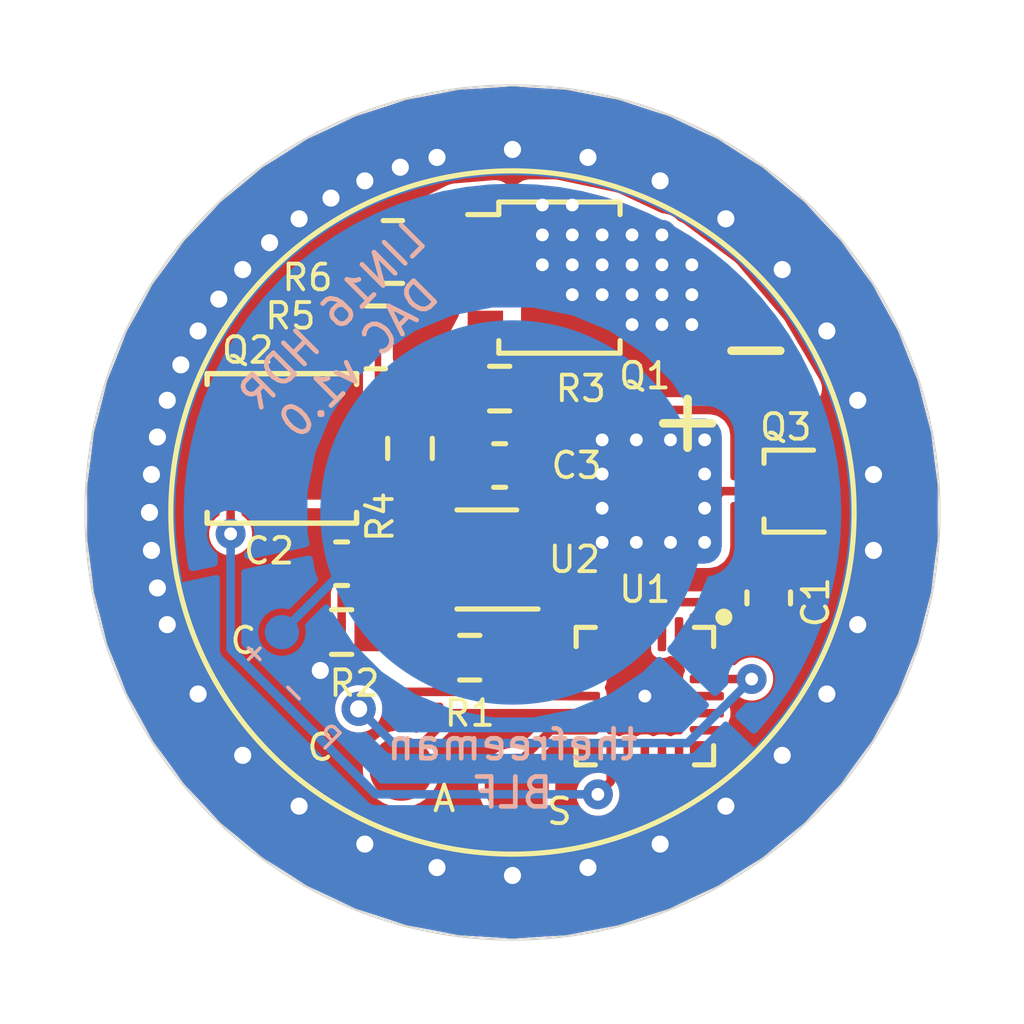
<source format=kicad_pcb>
(kicad_pcb (version 20171130) (host pcbnew "(5.1.9)-1")

  (general
    (thickness 1.6)
    (drawings 16)
    (tracks 129)
    (zones 0)
    (modules 24)
    (nets 29)
  )

  (page A4)
  (layers
    (0 F.Cu signal)
    (31 B.Cu signal)
    (32 B.Adhes user hide)
    (33 F.Adhes user hide)
    (34 B.Paste user hide)
    (35 F.Paste user)
    (36 B.SilkS user)
    (37 F.SilkS user)
    (38 B.Mask user hide)
    (39 F.Mask user)
    (40 Dwgs.User user)
    (41 Cmts.User user)
    (42 Eco1.User user)
    (43 Eco2.User user)
    (44 Edge.Cuts user)
    (45 Margin user)
    (46 B.CrtYd user hide)
    (47 F.CrtYd user hide)
    (48 B.Fab user hide)
    (49 F.Fab user hide)
  )

  (setup
    (last_trace_width 0.2)
    (user_trace_width 0.16)
    (user_trace_width 0.2)
    (user_trace_width 0.25)
    (user_trace_width 0.5)
    (trace_clearance 0.1524)
    (zone_clearance 0.2)
    (zone_45_only no)
    (trace_min 0.1524)
    (via_size 0.7)
    (via_drill 0.3)
    (via_min_size 0.508)
    (via_min_drill 0.254)
    (user_via 0.508 0.254)
    (user_via 0.6 0.3)
    (user_via 0.8 0.4)
    (uvia_size 0.3)
    (uvia_drill 0.1)
    (uvias_allowed no)
    (uvia_min_size 0.2)
    (uvia_min_drill 0.1)
    (edge_width 0.05)
    (segment_width 0.2)
    (pcb_text_width 0.3)
    (pcb_text_size 1.5 1.5)
    (mod_edge_width 0.12)
    (mod_text_size 0.6 0.6)
    (mod_text_width 0.09)
    (pad_size 0.8 0.8)
    (pad_drill 0)
    (pad_to_mask_clearance 0.03)
    (pad_to_paste_clearance -0.025)
    (aux_axis_origin 0 0)
    (visible_elements 7FFFFF6F)
    (pcbplotparams
      (layerselection 0x010fc_ffffffff)
      (usegerberextensions false)
      (usegerberattributes true)
      (usegerberadvancedattributes true)
      (creategerberjobfile true)
      (excludeedgelayer true)
      (linewidth 0.100000)
      (plotframeref false)
      (viasonmask false)
      (mode 1)
      (useauxorigin false)
      (hpglpennumber 1)
      (hpglpenspeed 20)
      (hpglpendiameter 15.000000)
      (psnegative false)
      (psa4output false)
      (plotreference true)
      (plotvalue true)
      (plotinvisibletext false)
      (padsonsilk false)
      (subtractmaskfromsilk false)
      (outputformat 1)
      (mirror false)
      (drillshape 1)
      (scaleselection 1)
      (outputdirectory ""))
  )

  (net 0 "")
  (net 1 GND)
  (net 2 +BATT)
  (net 3 LED-)
  (net 4 AUX_R)
  (net 5 UDPI)
  (net 6 /OPAout)
  (net 7 /Vsense)
  (net 8 /G_Q1)
  (net 9 EN)
  (net 10 HDR)
  (net 11 S)
  (net 12 /Vset)
  (net 13 /In-)
  (net 14 "Net-(Q2-Pad1)")
  (net 15 DAC)
  (net 16 VCC)
  (net 17 "Net-(U1-Pad1)")
  (net 18 "Net-(U1-Pad2)")
  (net 19 "Net-(U1-Pad5)")
  (net 20 "Net-(U1-Pad6)")
  (net 21 "Net-(U1-Pad14)")
  (net 22 "Net-(U1-Pad17)")
  (net 23 "Net-(U1-Pad18)")
  (net 24 "Net-(U1-Pad20)")
  (net 25 "Net-(U1-Pad12)")
  (net 26 "Net-(U1-Pad13)")
  (net 27 "Net-(U1-Pad15)")
  (net 28 "Net-(U1-Pad16)")

  (net_class Default "This is the default net class."
    (clearance 0.1524)
    (trace_width 0.1524)
    (via_dia 0.7)
    (via_drill 0.3)
    (uvia_dia 0.3)
    (uvia_drill 0.1)
    (add_net +BATT)
    (add_net /G_Q1)
    (add_net /In-)
    (add_net /OPAout)
    (add_net /Vsense)
    (add_net /Vset)
    (add_net AUX_R)
    (add_net DAC)
    (add_net EN)
    (add_net GND)
    (add_net HDR)
    (add_net LED-)
    (add_net "Net-(Q2-Pad1)")
    (add_net "Net-(U1-Pad1)")
    (add_net "Net-(U1-Pad12)")
    (add_net "Net-(U1-Pad13)")
    (add_net "Net-(U1-Pad14)")
    (add_net "Net-(U1-Pad15)")
    (add_net "Net-(U1-Pad16)")
    (add_net "Net-(U1-Pad17)")
    (add_net "Net-(U1-Pad18)")
    (add_net "Net-(U1-Pad2)")
    (add_net "Net-(U1-Pad20)")
    (add_net "Net-(U1-Pad5)")
    (add_net "Net-(U1-Pad6)")
    (add_net S)
    (add_net UDPI)
    (add_net VCC)
  )

  (module 03_wirepad:Wirepad_D0.8mm (layer B.Cu) (tedit 6166DC24) (tstamp 600F61AD)
    (at -3.601974 4.598026 315)
    (descr "SMD pad as test Point, diameter 1.0mm")
    (tags "test point SMD pad")
    (path /60115EA2)
    (attr virtual)
    (fp_text reference UD1 (at 0 0.8 135) (layer B.SilkS) hide
      (effects (font (size 0.5 0.5) (thickness 0.08)) (justify mirror))
    )
    (fp_text value pad (at 0 -1.55 135) (layer B.Fab)
      (effects (font (size 1 1) (thickness 0.15)) (justify mirror))
    )
    (fp_text user %R (at 0 1.45 135) (layer B.Fab)
      (effects (font (size 1 1) (thickness 0.15)) (justify mirror))
    )
    (pad 1 smd circle (at 0 0 315) (size 0.8 0.8) (layers B.Cu B.Mask)
      (net 5 UDPI))
  )

  (module 03_wirepad:Wirepad_D9mm (layer B.Cu) (tedit 6144AE6C) (tstamp 610E97EE)
    (at 0 0)
    (descr "SMD pad as test Point, diameter 1.0mm")
    (tags "test point SMD pad")
    (path /6110F187)
    (clearance 0.3)
    (attr virtual)
    (fp_text reference BATT1 (at 0 4.5) (layer B.SilkS) hide
      (effects (font (size 0.6 0.6) (thickness 0.09)) (justify mirror))
    )
    (fp_text value pad (at 0 -1.55) (layer B.Fab)
      (effects (font (size 1 1) (thickness 0.15)) (justify mirror))
    )
    (fp_text user %R (at 0 -0.1) (layer B.Fab)
      (effects (font (size 1 1) (thickness 0.15)) (justify mirror))
    )
    (pad 1 smd circle (at 0 0) (size 9 9) (layers B.Cu B.Mask)
      (net 2 +BATT))
  )

  (module 07_Passive:R_0805_2012Metric_2.7x1.4_0.6mmgap (layer F.Cu) (tedit 60EC8CBA) (tstamp 600F60FF)
    (at -2.8 -6.1 180)
    (descr "Resistor SMD 0805 (2012 Metric), square (rectangular) end terminal, IPC_7351 nominal, (Body size source: IPC-SM-782 page 72, https://www.pcb-3d.com/wordpress/wp-content/uploads/ipc-sm-782a_amendment_1_and_2.pdf), generated with kicad-footprint-generator")
    (tags resistor)
    (path /60110480)
    (attr smd)
    (fp_text reference R6 (at 2 -0.6) (layer F.SilkS)
      (effects (font (size 0.6 0.6) (thickness 0.09)))
    )
    (fp_text value 11.5 (at 0 1.65) (layer F.Fab)
      (effects (font (size 1 1) (thickness 0.15)))
    )
    (fp_text user %R (at 0 0) (layer F.Fab)
      (effects (font (size 1 1) (thickness 0.15)))
    )
    (fp_line (start 1.68 0.95) (end -1.68 0.95) (layer F.CrtYd) (width 0.05))
    (fp_line (start 1.68 -0.95) (end 1.68 0.95) (layer F.CrtYd) (width 0.05))
    (fp_line (start -1.68 -0.95) (end 1.68 -0.95) (layer F.CrtYd) (width 0.05))
    (fp_line (start -1.68 0.95) (end -1.68 -0.95) (layer F.CrtYd) (width 0.05))
    (fp_line (start -0.227064 0.735) (end 0.227064 0.735) (layer F.SilkS) (width 0.12))
    (fp_line (start -0.227064 -0.735) (end 0.227064 -0.735) (layer F.SilkS) (width 0.12))
    (fp_line (start 1 0.625) (end -1 0.625) (layer F.Fab) (width 0.1))
    (fp_line (start 1 -0.625) (end 1 0.625) (layer F.Fab) (width 0.1))
    (fp_line (start -1 -0.625) (end 1 -0.625) (layer F.Fab) (width 0.1))
    (fp_line (start -1 0.625) (end -1 -0.625) (layer F.Fab) (width 0.1))
    (pad 2 smd roundrect (at 0.825 0 180) (size 1.05 1.4) (layers F.Cu F.Paste F.Mask) (roundrect_rratio 0.244)
      (net 1 GND))
    (pad 1 smd roundrect (at -0.825 0 180) (size 1.05 1.4) (layers F.Cu F.Paste F.Mask) (roundrect_rratio 0.244)
      (net 7 /Vsense))
    (model ${KISYS3DMOD}/Resistor_SMD.3dshapes/R_0805_2012Metric.wrl
      (at (xyz 0 0 0))
      (scale (xyz 1 1 1))
      (rotate (xyz 0 0 0))
    )
  )

  (module 03_wirepad:Wirepad_D2.0mm (layer F.Cu) (tedit 61361582) (tstamp 600F5FF2)
    (at 4.1 -4.5)
    (descr "SMD pad as test Point, diameter 1.0mm")
    (tags "test point SMD pad")
    (path /60115EE4)
    (attr virtual)
    (fp_text reference L-1 (at -0.1 -1.848) (layer F.SilkS) hide
      (effects (font (size 0.6 0.6) (thickness 0.09)))
    )
    (fp_text value pad (at 0 1.55) (layer F.Fab)
      (effects (font (size 1 1) (thickness 0.15)))
    )
    (fp_text user %R (at -0.1 -1.85) (layer F.Fab)
      (effects (font (size 1 1) (thickness 0.15)))
    )
    (pad 1 smd circle (at 0 0) (size 2 2) (layers F.Cu F.Mask)
      (net 3 LED-))
  )

  (module 07_Passive:R_0805_2012Metric_2.7x1.4mm_smallpads (layer F.Cu) (tedit 60B11E20) (tstamp 6166F935)
    (at -3.2 -4.1 180)
    (descr "Resistor SMD 0805 (2012 Metric), square (rectangular) end terminal, IPC_7351 nominal, (Body size source: IPC-SM-782 page 72, https://www.pcb-3d.com/wordpress/wp-content/uploads/ipc-sm-782a_amendment_1_and_2.pdf), generated with kicad-footprint-generator")
    (tags resistor)
    (path /60101451)
    (attr smd)
    (fp_text reference R5 (at 2 0.5) (layer F.SilkS)
      (effects (font (size 0.6 0.6) (thickness 0.09)))
    )
    (fp_text value 8m (at 0 1.65) (layer F.Fab)
      (effects (font (size 1 1) (thickness 0.15)))
    )
    (fp_text user %R (at 0 0) (layer F.Fab)
      (effects (font (size 1 1) (thickness 0.15)))
    )
    (fp_line (start -1 0.625) (end -1 -0.625) (layer F.Fab) (width 0.1))
    (fp_line (start -1 -0.625) (end 1 -0.625) (layer F.Fab) (width 0.1))
    (fp_line (start 1 -0.625) (end 1 0.625) (layer F.Fab) (width 0.1))
    (fp_line (start 1 0.625) (end -1 0.625) (layer F.Fab) (width 0.1))
    (fp_line (start -0.227064 -0.735) (end 0.227064 -0.735) (layer F.SilkS) (width 0.12))
    (fp_line (start -0.227064 0.735) (end 0.227064 0.735) (layer F.SilkS) (width 0.12))
    (fp_line (start -1.68 0.95) (end -1.68 -0.95) (layer F.CrtYd) (width 0.05))
    (fp_line (start -1.68 -0.95) (end 1.68 -0.95) (layer F.CrtYd) (width 0.05))
    (fp_line (start 1.68 -0.95) (end 1.68 0.95) (layer F.CrtYd) (width 0.05))
    (fp_line (start 1.68 0.95) (end -1.68 0.95) (layer F.CrtYd) (width 0.05))
    (pad 2 smd roundrect (at 0.875 0 180) (size 0.95 1.4) (layers F.Cu F.Paste F.Mask) (roundrect_rratio 0.244)
      (net 14 "Net-(Q2-Pad1)"))
    (pad 1 smd roundrect (at -0.875 0 180) (size 0.95 1.4) (layers F.Cu F.Paste F.Mask) (roundrect_rratio 0.244)
      (net 7 /Vsense))
    (model ${KISYS3DMOD}/Resistor_SMD.3dshapes/R_0805_2012Metric.wrl
      (at (xyz 0 0 0))
      (scale (xyz 1 1 1))
      (rotate (xyz 0 0 0))
    )
  )

  (module Package_TO_SOT_SMD:LFPAK33 (layer F.Cu) (tedit 5BA2DFCD) (tstamp 6166D214)
    (at 0.9 -5.5)
    (descr "LFPAK33 SOT-1210 https://assets.nexperia.com/documents/outline-drawing/SOT1210.pdf")
    (tags "LFPAK33 SOT-1210")
    (path /6166EE8A)
    (solder_mask_margin 0.05)
    (attr smd)
    (fp_text reference Q1 (at 2.2 2.3) (layer F.SilkS)
      (effects (font (size 0.6 0.6) (thickness 0.09)))
    )
    (fp_text value BUK7M6R3-40EX (at 0 2.64) (layer F.Fab)
      (effects (font (size 1 1) (thickness 0.15)))
    )
    (fp_text user %R (at 0 0 90) (layer F.Fab)
      (effects (font (size 1 1) (thickness 0.15)))
    )
    (fp_line (start -1.22 1.475) (end -1.22 1.77) (layer F.SilkS) (width 0.12))
    (fp_line (start -1.22 1.77) (end 1.62 1.77) (layer F.SilkS) (width 0.12))
    (fp_line (start 1.62 1.77) (end 1.62 1.475) (layer F.SilkS) (width 0.12))
    (fp_line (start 1.62 -1.475) (end 1.62 -1.77) (layer F.SilkS) (width 0.12))
    (fp_line (start 1.62 -1.77) (end -1.22 -1.77) (layer F.SilkS) (width 0.12))
    (fp_line (start -1.22 -1.77) (end -1.22 -1.475) (layer F.SilkS) (width 0.12))
    (fp_line (start -0.6 -1.65) (end 1.5 -1.65) (layer F.Fab) (width 0.1))
    (fp_line (start -1.1 -1.15) (end -1.1 1.65) (layer F.Fab) (width 0.1))
    (fp_line (start -1.1 1.65) (end 1.5 1.65) (layer F.Fab) (width 0.1))
    (fp_line (start 1.5 1.65) (end 1.5 -1.65) (layer F.Fab) (width 0.1))
    (fp_line (start 2.2 -1.9) (end 2.2 1.9) (layer F.CrtYd) (width 0.05))
    (fp_line (start -2.2 -1.9) (end 2.2 -1.9) (layer F.CrtYd) (width 0.05))
    (fp_line (start -2.2 1.9) (end 2.2 1.9) (layer F.CrtYd) (width 0.05))
    (fp_line (start -2.2 1.9) (end -2.2 -1.9) (layer F.CrtYd) (width 0.05))
    (fp_line (start -1.95 -1.475) (end -1.22 -1.475) (layer F.SilkS) (width 0.12))
    (fp_line (start -0.6 -1.65) (end -1.1 -1.15) (layer F.Fab) (width 0.1))
    (pad 5 smd custom (at 0.405 0) (size 1.85 2.25) (layers F.Cu F.Mask)
      (net 3 LED-) (zone_connect 2)
      (options (clearance outline) (anchor rect))
      (primitives
        (gr_poly (pts
           (xy 0.925 -1.175) (xy 1.545 -1.175) (xy 1.545 -0.775) (xy 0.925 -0.775)) (width 0))
        (gr_poly (pts
           (xy 0.925 -0.525) (xy 1.545 -0.525) (xy 1.545 -0.125) (xy 0.925 -0.125)) (width 0))
        (gr_poly (pts
           (xy 0.925 0.125) (xy 1.545 0.125) (xy 1.545 0.525) (xy 0.925 0.525)) (width 0))
        (gr_poly (pts
           (xy 0.925 0.775) (xy 1.545 0.775) (xy 1.545 1.175) (xy 0.925 1.175)) (width 0))
      ))
    (pad "" smd rect (at 1.575 0.975) (size 0.75 0.3) (layers F.Paste))
    (pad "" smd rect (at 1.575 0.325) (size 0.75 0.3) (layers F.Paste))
    (pad "" smd rect (at 1.575 -0.325) (size 0.75 0.3) (layers F.Paste))
    (pad "" smd rect (at 1.575 -0.975) (size 0.75 0.3) (layers F.Paste))
    (pad "" smd rect (at -1.535 -0.975) (size 0.83 0.3) (layers F.Paste))
    (pad "" smd rect (at -1.535 -0.325) (size 0.83 0.3) (layers F.Paste))
    (pad "" smd rect (at -1.535 0.325) (size 0.83 0.3) (layers F.Paste))
    (pad 4 smd rect (at -1.535 0.975) (size 0.83 0.4) (layers F.Cu F.Mask)
      (net 8 /G_Q1))
    (pad "" smd rect (at -1.535 0.975) (size 0.83 0.3) (layers F.Paste))
    (pad 3 smd rect (at -1.535 0.325) (size 0.83 0.4) (layers F.Cu F.Mask)
      (net 7 /Vsense))
    (pad 1 smd rect (at -1.535 -0.975) (size 0.83 0.4) (layers F.Cu F.Mask)
      (net 7 /Vsense))
    (pad 2 smd rect (at -1.535 -0.325) (size 0.83 0.4) (layers F.Cu F.Mask)
      (net 7 /Vsense))
    (pad "" smd rect (at 0.645 0.626) (size 0.51 0.635) (layers F.Paste))
    (pad "" smd rect (at -0.215 0.626) (size 0.51 0.635) (layers F.Paste))
    (pad "" smd rect (at 0.645 -0.626) (size 0.51 0.635) (layers F.Paste))
    (pad "" smd rect (at -0.215 -0.626) (size 0.51 0.635) (layers F.Paste))
    (model ${KISYS3DMOD}/Package_TO_SOT_SMD.3dshapes/LFPAK33.wrl
      (at (xyz 0 0 0))
      (scale (xyz 1 1 1))
      (rotate (xyz 0 0 0))
    )
  )

  (module 04_Mosfet:Infineon_PQFN3.3x3.3-TSDSON-8_3.3mmx3.3mm (layer F.Cu) (tedit 6130B2E1) (tstamp 600F6055)
    (at -5.4 -1.5)
    (path /600EAB1B)
    (attr smd)
    (fp_text reference Q2 (at -0.8 -2.3) (layer F.SilkS)
      (effects (font (size 0.6 0.6) (thickness 0.09)))
    )
    (fp_text value DMN22M5UFG (at 2 2.656398) (layer F.Fab)
      (effects (font (size 0.64 0.64) (thickness 0.015)))
    )
    (fp_line (start -1.75 1.75) (end -1.75 1.5) (layer F.SilkS) (width 0.127))
    (fp_line (start -1.75 1.75) (end 1.75 1.75) (layer F.SilkS) (width 0.127))
    (fp_line (start 1.75 -1.75) (end -1.75 -1.75) (layer F.SilkS) (width 0.127))
    (fp_line (start 1.65 -1.65) (end -1.65 -1.65) (layer F.Fab) (width 0.127))
    (fp_line (start 1.65 1.65) (end 1.65 -1.65) (layer F.Fab) (width 0.127))
    (fp_line (start -1.65 1.65) (end 1.65 1.65) (layer F.Fab) (width 0.127))
    (fp_line (start -1.65 -1.65) (end -1.65 1.65) (layer F.Fab) (width 0.127))
    (fp_line (start -2.205 1.9) (end -2.205 -1.9) (layer F.CrtYd) (width 0.05))
    (fp_line (start 2.205 1.9) (end -2.205 1.9) (layer F.CrtYd) (width 0.05))
    (fp_line (start 2.205 -1.9) (end 2.205 1.9) (layer F.CrtYd) (width 0.05))
    (fp_line (start -2.205 -1.9) (end 2.205 -1.9) (layer F.CrtYd) (width 0.05))
    (fp_line (start 1.75 1.75) (end 1.75 1.5) (layer F.SilkS) (width 0.127))
    (fp_line (start 1.75 -1.5) (end 1.75 -1.75) (layer F.SilkS) (width 0.127))
    (fp_line (start -1.75 -1.5) (end -1.75 -1.75) (layer F.SilkS) (width 0.127))
    (fp_poly (pts (xy 1.65 1.15) (xy -0.46 1.15) (xy -0.46 -1.15) (xy 1.65 -1.15)) (layer Eco1.User) (width 0))
    (fp_poly (pts (xy -1.05 0.5) (xy -1.65 0.5) (xy -1.65 -1.15) (xy -1.05 -1.15)) (layer Eco1.User) (width 0))
    (fp_poly (pts (xy -1.075 1.1) (xy -1.825 1.1) (xy -1.825 0.85) (xy -1.075 0.85)) (layer F.Paste) (width 0.05))
    (fp_poly (pts (xy 1.825 -0.85) (xy 1.35 -0.85) (xy 1.35 -1.1) (xy 1.825 -1.1)) (layer F.Paste) (width 0.05))
    (fp_poly (pts (xy 1.825 -0.2) (xy 1.35 -0.2) (xy 1.35 -0.45) (xy 1.825 -0.45)) (layer F.Paste) (width 0.05))
    (fp_poly (pts (xy 1.825 0.45) (xy 1.35 0.45) (xy 1.35 0.2) (xy 1.825 0.2)) (layer F.Paste) (width 0.05))
    (fp_poly (pts (xy 1.825 1.1) (xy 1.35 1.1) (xy 1.35 0.85) (xy 1.825 0.85)) (layer F.Paste) (width 0.05))
    (fp_poly (pts (xy -1.075 0.45) (xy -1.825 0.45) (xy -1.825 0.2) (xy -1.075 0.2)) (layer F.Paste) (width 0.05))
    (fp_poly (pts (xy -1.075 -0.2) (xy -1.825 -0.2) (xy -1.825 -0.45) (xy -1.075 -0.45)) (layer F.Paste) (width 0.05))
    (fp_poly (pts (xy -1.075 -0.85) (xy -1.825 -0.85) (xy -1.825 -1.1) (xy -1.075 -1.1)) (layer F.Paste) (width 0.05))
    (fp_poly (pts (xy 1 -0.85) (xy -0.2 -0.85) (xy -0.2 -1.1) (xy 1 -1.1)) (layer F.Paste) (width 0.05))
    (fp_poly (pts (xy 1 1.1) (xy -0.2 1.1) (xy -0.2 0.85) (xy 1 0.85)) (layer F.Paste) (width 0.05))
    (fp_poly (pts (xy 1 0.525) (xy -0.2 0.525) (xy -0.2 -0.5) (xy 1 -0.5)) (layer F.Paste) (width 0.05))
    (pad 3 smd custom (at -1.4 -0.325) (size 0.8 0.34) (layers F.Cu F.Mask)
      (net 1 GND) (zone_connect 2)
      (options (clearance outline) (anchor rect))
      (primitives
        (gr_poly (pts
           (xy 0.41 0.825) (xy -0.5 0.825) (xy -0.5 0.475) (xy -0.1 0.475) (xy -0.1 0.175)
           (xy -0.5 0.175) (xy -0.5 -0.175) (xy -0.1 -0.175) (xy -0.1 -0.475) (xy -0.5 -0.475)
           (xy -0.5 -0.825) (xy 0.41 -0.825)) (width 0))
      ))
    (pad 1 smd custom (at 0 0) (size 0.5 0.5) (layers F.Cu F.Mask)
      (net 14 "Net-(Q2-Pad1)") (zone_connect 2)
      (options (clearance outline) (anchor rect))
      (primitives
        (gr_poly (pts
           (xy -0.49 -1.15) (xy 1.9 -1.15) (xy 1.9 -0.8) (xy 1.3 -0.8) (xy 1.3 -0.5)
           (xy 1.9 -0.5) (xy 1.9 -0.15) (xy 1.3 -0.15) (xy 1.3 0.15) (xy 1.9 0.15)
           (xy 1.9 0.5) (xy 1.3 0.5) (xy 1.3 0.8) (xy 1.9 0.8) (xy 1.9 1.15)
           (xy -0.49 1.15)) (width 0))
      ))
    (pad 2 smd rect (at -1.45 0.975) (size 0.9 0.35) (layers F.Cu F.Mask)
      (net 10 HDR))
    (model "Z:/PCB/3D models/TSDSON-8/PG-TSDSON-8-1 nomarkings.STEP"
      (at (xyz 0 0 0))
      (scale (xyz 1 1 1))
      (rotate (xyz -90 0 180))
    )
  )

  (module 04_Mosfet:SOT-416 (layer F.Cu) (tedit 612D3AC8) (tstamp 612D4579)
    (at 6.4 -0.5 180)
    (descr "SOT-416, https://www.nxp.com/docs/en/package-information/SOT416.pdf")
    (tags SOT-416)
    (path /612D8FE7)
    (attr smd)
    (fp_text reference Q3 (at 0 1.5) (layer F.SilkS)
      (effects (font (size 0.6 0.6) (thickness 0.09)))
    )
    (fp_text value Q_PMOS (at 0 2.25) (layer F.Fab)
      (effects (font (size 1 1) (thickness 0.15)))
    )
    (fp_line (start -0.15 -0.9) (end -0.45 -0.6) (layer F.Fab) (width 0.1))
    (fp_line (start 0.51 0.96) (end -0.65 0.96) (layer F.SilkS) (width 0.12))
    (fp_line (start 0.51 -0.96) (end -0.9 -0.96) (layer F.SilkS) (width 0.12))
    (fp_line (start -1.2 1.15) (end -1.2 -1.15) (layer F.CrtYd) (width 0.05))
    (fp_line (start 1.2 1.15) (end -1.2 1.15) (layer F.CrtYd) (width 0.05))
    (fp_line (start 1.2 -1.15) (end 1.2 1.15) (layer F.CrtYd) (width 0.05))
    (fp_line (start -1.2 -1.15) (end 1.2 -1.15) (layer F.CrtYd) (width 0.05))
    (fp_line (start 0.51 -0.96) (end 0.51 -0.65) (layer F.SilkS) (width 0.12))
    (fp_line (start 0.51 0.96) (end 0.51 0.65) (layer F.SilkS) (width 0.12))
    (fp_line (start -0.45 0.9) (end 0.45 0.9) (layer F.Fab) (width 0.1))
    (fp_line (start 0.45 -0.9) (end 0.45 0.9) (layer F.Fab) (width 0.1))
    (fp_line (start -0.15 -0.9) (end 0.45 -0.9) (layer F.Fab) (width 0.1))
    (fp_line (start -0.45 -0.6) (end -0.45 0.9) (layer F.Fab) (width 0.1))
    (fp_text user %R (at 0 0 90) (layer F.Fab)
      (effects (font (size 1 1) (thickness 0.15)))
    )
    (pad 3 smd rect (at 0.65 0 180) (size 0.6 0.5) (layers F.Cu F.Paste F.Mask)
      (net 2 +BATT))
    (pad 2 smd rect (at -0.65 0.5 180) (size 0.6 0.5) (layers F.Cu F.Paste F.Mask)
      (net 16 VCC))
    (pad 1 smd rect (at -0.65 -0.5 180) (size 0.6 0.5) (layers F.Cu F.Paste F.Mask)
      (net 1 GND))
    (model ${KISYS3DMOD}/Package_TO_SOT_SMD.3dshapes/SOT-416.wrl
      (at (xyz 0 0 0))
      (scale (xyz 1 1 1))
      (rotate (xyz 0 0 0))
    )
    (model "Z:/PCB/3D models/transistor/SOT-416-3.step"
      (at (xyz 0 0 0))
      (scale (xyz 1 1 1))
      (rotate (xyz 0 0 90))
    )
  )

  (module 03_wirepad:Wirepad_D2.2mm (layer F.Cu) (tedit 611BEDB0) (tstamp 600F5FEC)
    (at 3.3 -0.5)
    (descr "SMD pad as test Point, diameter 1.0mm")
    (tags "test point SMD pad")
    (path /601A9A8B)
    (attr virtual)
    (fp_text reference L+1 (at -0.1 -1.848) (layer F.SilkS) hide
      (effects (font (size 0.6 0.6) (thickness 0.09)))
    )
    (fp_text value pad (at 0 1.55) (layer F.Fab)
      (effects (font (size 1 1) (thickness 0.15)))
    )
    (fp_text user %R (at -0.1 -1.85) (layer F.Fab)
      (effects (font (size 1 1) (thickness 0.15)))
    )
    (pad 1 smd circle (at 0 0) (size 2.2 2.2) (layers F.Cu F.Mask)
      (net 2 +BATT))
  )

  (module 05_IC_divers:VQFN-20-1EP_3x3mm_P0.4mm_EP1.7x1.7mm_bettersilk (layer F.Cu) (tedit 612AA6A0) (tstamp 610F22C2)
    (at 3.1 4.3 270)
    (descr "VQFN, 20 Pin (http://ww1.microchip.com/downloads/en/DeviceDoc/20%20Lead%20VQFN%203x3x0_9mm_1_7EP%20U2B%20C04-21496a.pdf), generated with kicad-footprint-generator ipc_noLead_generator.py")
    (tags "VQFN NoLead")
    (path /6022F015)
    (attr smd)
    (fp_text reference U1 (at -2.5 0 180) (layer F.SilkS)
      (effects (font (size 0.6 0.6) (thickness 0.09)))
    )
    (fp_text value ATtiny1616-M (at 0 2.8 90) (layer F.Fab)
      (effects (font (size 1 1) (thickness 0.15)))
    )
    (fp_line (start 1.16 -1.61) (end 1.61 -1.61) (layer F.SilkS) (width 0.12))
    (fp_line (start 1.61 -1.61) (end 1.61 -1.16) (layer F.SilkS) (width 0.12))
    (fp_line (start -1.16 1.61) (end -1.61 1.61) (layer F.SilkS) (width 0.12))
    (fp_line (start -1.61 1.61) (end -1.61 1.16) (layer F.SilkS) (width 0.12))
    (fp_line (start 1.16 1.61) (end 1.61 1.61) (layer F.SilkS) (width 0.12))
    (fp_line (start 1.61 1.61) (end 1.61 1.16) (layer F.SilkS) (width 0.12))
    (fp_line (start -1.16 -1.61) (end -1.61 -1.61) (layer F.SilkS) (width 0.12))
    (fp_line (start -0.75 -1.5) (end 1.5 -1.5) (layer F.Fab) (width 0.1))
    (fp_line (start 1.5 -1.5) (end 1.5 1.5) (layer F.Fab) (width 0.1))
    (fp_line (start 1.5 1.5) (end -1.5 1.5) (layer F.Fab) (width 0.1))
    (fp_line (start -1.5 1.5) (end -1.5 -0.75) (layer F.Fab) (width 0.1))
    (fp_line (start -1.5 -0.75) (end -0.75 -1.5) (layer F.Fab) (width 0.1))
    (fp_line (start -2.1 -2.1) (end -2.1 2.1) (layer F.CrtYd) (width 0.05))
    (fp_line (start -2.1 2.1) (end 2.1 2.1) (layer F.CrtYd) (width 0.05))
    (fp_line (start 2.1 2.1) (end 2.1 -2.1) (layer F.CrtYd) (width 0.05))
    (fp_line (start 2.1 -2.1) (end -2.1 -2.1) (layer F.CrtYd) (width 0.05))
    (fp_line (start -1.61 -1.61) (end -1.61 -1.16) (layer F.SilkS) (width 0.12))
    (fp_circle (center -1.85 -1.85) (end -1.75 -1.85) (layer F.SilkS) (width 0.2))
    (fp_text user %R (at 0 0 90) (layer F.Fab)
      (effects (font (size 1 1) (thickness 0.15)))
    )
    (pad 1 smd custom (at -1.45 -0.8 270) (size 0.143431 0.143431) (layers F.Cu F.Paste F.Mask)
      (net 17 "Net-(U1-Pad1)")
      (options (clearance outline) (anchor circle))
      (primitives
        (gr_poly (pts
           (xy -0.35 -0.05) (xy 0.299289 -0.05) (xy 0.35 0.000711) (xy 0.35 0.05) (xy -0.35 0.05)
) (width 0.1))
      ))
    (pad 2 smd roundrect (at -1.45 -0.4 270) (size 0.8 0.2) (layers F.Cu F.Paste F.Mask) (roundrect_rratio 0.25)
      (net 18 "Net-(U1-Pad2)"))
    (pad 3 smd roundrect (at -1.45 0 270) (size 0.8 0.2) (layers F.Cu F.Paste F.Mask) (roundrect_rratio 0.25)
      (net 1 GND) (solder_mask_margin 0.01))
    (pad 4 smd roundrect (at -1.45 0.4 270) (size 0.8 0.2) (layers F.Cu F.Paste F.Mask) (roundrect_rratio 0.25)
      (net 16 VCC))
    (pad 5 smd custom (at -1.45 0.8 270) (size 0.143431 0.143431) (layers F.Cu F.Paste F.Mask)
      (net 19 "Net-(U1-Pad5)")
      (options (clearance outline) (anchor circle))
      (primitives
        (gr_poly (pts
           (xy -0.35 -0.05) (xy 0.35 -0.05) (xy 0.35 -0.000711) (xy 0.299289 0.05) (xy -0.35 0.05)
) (width 0.1))
      ))
    (pad 6 smd custom (at -0.8 1.45 270) (size 0.143431 0.143431) (layers F.Cu F.Paste F.Mask)
      (net 20 "Net-(U1-Pad6)")
      (options (clearance outline) (anchor circle))
      (primitives
        (gr_poly (pts
           (xy -0.05 -0.299289) (xy 0.000711 -0.35) (xy 0.05 -0.35) (xy 0.05 0.35) (xy -0.05 0.35)
) (width 0.1))
      ))
    (pad 7 smd roundrect (at -0.4 1.45 270) (size 0.2 0.8) (layers F.Cu F.Paste F.Mask) (roundrect_rratio 0.25)
      (net 15 DAC))
    (pad 8 smd roundrect (at 0 1.45 270) (size 0.2 0.8) (layers F.Cu F.Paste F.Mask) (roundrect_rratio 0.25)
      (net 9 EN))
    (pad 9 smd roundrect (at 0.4 1.45 270) (size 0.2 0.8) (layers F.Cu F.Paste F.Mask) (roundrect_rratio 0.25)
      (net 4 AUX_R))
    (pad 10 smd custom (at 0.8 1.45 270) (size 0.143431 0.143431) (layers F.Cu F.Paste F.Mask)
      (net 11 S)
      (options (clearance outline) (anchor circle))
      (primitives
        (gr_poly (pts
           (xy -0.05 -0.35) (xy -0.000711 -0.35) (xy 0.05 -0.299289) (xy 0.05 0.35) (xy -0.05 0.35)
) (width 0.1))
      ))
    (pad 11 smd custom (at 1.45 0.8 270) (size 0.143431 0.143431) (layers F.Cu F.Paste F.Mask)
      (net 10 HDR)
      (options (clearance outline) (anchor circle))
      (primitives
        (gr_poly (pts
           (xy -0.35 -0.05) (xy 0.35 -0.05) (xy 0.35 0.05) (xy -0.299289 0.05) (xy -0.35 -0.000711)
) (width 0.1))
      ))
    (pad 12 smd roundrect (at 1.45 0.4 270) (size 0.8 0.2) (layers F.Cu F.Paste F.Mask) (roundrect_rratio 0.25)
      (net 25 "Net-(U1-Pad12)"))
    (pad 13 smd roundrect (at 1.45 0 270) (size 0.8 0.2) (layers F.Cu F.Paste F.Mask) (roundrect_rratio 0.25)
      (net 26 "Net-(U1-Pad13)"))
    (pad 14 smd roundrect (at 1.45 -0.4 270) (size 0.8 0.2) (layers F.Cu F.Paste F.Mask) (roundrect_rratio 0.25)
      (net 21 "Net-(U1-Pad14)"))
    (pad 15 smd custom (at 1.45 -0.8 270) (size 0.143431 0.143431) (layers F.Cu F.Paste F.Mask)
      (net 27 "Net-(U1-Pad15)")
      (options (clearance outline) (anchor circle))
      (primitives
        (gr_poly (pts
           (xy -0.35 0.000711) (xy -0.299289 -0.05) (xy 0.35 -0.05) (xy 0.35 0.05) (xy -0.35 0.05)
) (width 0.1))
      ))
    (pad 16 smd custom (at 0.8 -1.45 270) (size 0.143431 0.143431) (layers F.Cu F.Paste F.Mask)
      (net 28 "Net-(U1-Pad16)")
      (options (clearance outline) (anchor circle))
      (primitives
        (gr_poly (pts
           (xy -0.05 -0.35) (xy 0.05 -0.35) (xy 0.05 0.299289) (xy -0.000711 0.35) (xy -0.05 0.35)
) (width 0.1))
      ))
    (pad 17 smd roundrect (at 0.4 -1.45 270) (size 0.2 0.8) (layers F.Cu F.Paste F.Mask) (roundrect_rratio 0.25)
      (net 22 "Net-(U1-Pad17)"))
    (pad 18 smd roundrect (at 0 -1.45 270) (size 0.2 0.8) (layers F.Cu F.Paste F.Mask) (roundrect_rratio 0.25)
      (net 23 "Net-(U1-Pad18)"))
    (pad 19 smd roundrect (at -0.4 -1.45 270) (size 0.2 0.8) (layers F.Cu F.Paste F.Mask) (roundrect_rratio 0.25)
      (net 5 UDPI))
    (pad 20 smd custom (at -0.8 -1.45 270) (size 0.143431 0.143431) (layers F.Cu F.Paste F.Mask)
      (net 24 "Net-(U1-Pad20)")
      (options (clearance outline) (anchor circle))
      (primitives
        (gr_poly (pts
           (xy -0.05 -0.35) (xy 0.05 -0.35) (xy 0.05 0.35) (xy 0.000711 0.35) (xy -0.05 0.299289)
) (width 0.1))
      ))
    (pad 21 smd rect (at 0 0 270) (size 1.7 1.7) (layers F.Cu F.Mask)
      (net 1 GND) (solder_mask_margin 0.01))
    (pad "" smd roundrect (at -0.425 -0.425 270) (size 0.69 0.69) (layers F.Paste) (roundrect_rratio 0.25))
    (pad "" smd roundrect (at -0.425 0.425 270) (size 0.69 0.69) (layers F.Paste) (roundrect_rratio 0.25))
    (pad "" smd roundrect (at 0.425 -0.425 270) (size 0.69 0.69) (layers F.Paste) (roundrect_rratio 0.25))
    (pad "" smd roundrect (at 0.425 0.425 270) (size 0.69 0.69) (layers F.Paste) (roundrect_rratio 0.25))
    (model ${KISYS3DMOD}/Package_DFN_QFN.3dshapes/VQFN-20-1EP_3x3mm_P0.4mm_EP1.7x1.7mm.wrl
      (at (xyz 0 0 0))
      (scale (xyz 1 1 1))
      (rotate (xyz 0 0 0))
    )
    (model "Z:/PCB/3D models/VQFN-20 3x3mm/VQFN20_3X3_MCH.step"
      (at (xyz 0 0 0))
      (scale (xyz 1 1 1))
      (rotate (xyz 0 0 0))
    )
  )

  (module 07_Passive:R_0603_1608Metric_2.2x0.9mm_gap0.6 (layer F.Cu) (tedit 611D6735) (tstamp 61679F77)
    (at -2.4 -1.5 270)
    (descr "Resistor SMD 0603 (1608 Metric), square (rectangular) end terminal, IPC_7351 nominal, (Body size source: IPC-SM-782 page 72, https://www.pcb-3d.com/wordpress/wp-content/uploads/ipc-sm-782a_amendment_1_and_2.pdf), generated with kicad-footprint-generator")
    (tags resistor)
    (path /6010143C)
    (attr smd)
    (fp_text reference R4 (at 1.6 0.7 90) (layer F.SilkS)
      (effects (font (size 0.6 0.6) (thickness 0.09)))
    )
    (fp_text value 1k (at 0.05 4.25 90) (layer F.Fab)
      (effects (font (size 1 1) (thickness 0.15)))
    )
    (fp_line (start -0.8 0.4125) (end -0.8 -0.4125) (layer F.Fab) (width 0.1))
    (fp_line (start -0.8 -0.4125) (end 0.8 -0.4125) (layer F.Fab) (width 0.1))
    (fp_line (start 0.8 -0.4125) (end 0.8 0.4125) (layer F.Fab) (width 0.1))
    (fp_line (start 0.8 0.4125) (end -0.8 0.4125) (layer F.Fab) (width 0.1))
    (fp_line (start -0.237258 -0.5225) (end 0.237258 -0.5225) (layer F.SilkS) (width 0.12))
    (fp_line (start -0.237258 0.5225) (end 0.237258 0.5225) (layer F.SilkS) (width 0.12))
    (fp_line (start -1.2 0.6) (end -1.2 -0.6) (layer F.CrtYd) (width 0.05))
    (fp_line (start -1.2 -0.6) (end 1.2 -0.6) (layer F.CrtYd) (width 0.05))
    (fp_line (start 1.2 -0.6) (end 1.2 0.6) (layer F.CrtYd) (width 0.05))
    (fp_line (start 1.2 0.6) (end -1.2 0.6) (layer F.CrtYd) (width 0.05))
    (fp_text user %R (at 0 0 90) (layer F.Fab)
      (effects (font (size 1 1) (thickness 0.15)))
    )
    (pad 1 smd roundrect (at -0.7 0 270) (size 0.8 0.9) (layers F.Cu F.Paste F.Mask) (roundrect_rratio 0.188)
      (net 7 /Vsense))
    (pad 2 smd roundrect (at 0.7 0 270) (size 0.8 0.9) (layers F.Cu F.Paste F.Mask) (roundrect_rratio 0.188)
      (net 13 /In-))
    (model ${KISYS3DMOD}/Resistor_SMD.3dshapes/R_0603_1608Metric.wrl
      (at (xyz 0 0 0))
      (scale (xyz 1 1 1))
      (rotate (xyz 0 0 0))
    )
  )

  (module 07_Passive:R_0603_1608Metric_2.2x0.9mm_gap0.6 (layer F.Cu) (tedit 611D6735) (tstamp 600F60DD)
    (at -0.3 -2.9)
    (descr "Resistor SMD 0603 (1608 Metric), square (rectangular) end terminal, IPC_7351 nominal, (Body size source: IPC-SM-782 page 72, https://www.pcb-3d.com/wordpress/wp-content/uploads/ipc-sm-782a_amendment_1_and_2.pdf), generated with kicad-footprint-generator")
    (tags resistor)
    (path /601014AA)
    (attr smd)
    (fp_text reference R3 (at 1.9 0) (layer F.SilkS)
      (effects (font (size 0.6 0.6) (thickness 0.09)))
    )
    (fp_text value 3.3k (at 0.05 4.25) (layer F.Fab)
      (effects (font (size 1 1) (thickness 0.15)))
    )
    (fp_line (start -0.8 0.4125) (end -0.8 -0.4125) (layer F.Fab) (width 0.1))
    (fp_line (start -0.8 -0.4125) (end 0.8 -0.4125) (layer F.Fab) (width 0.1))
    (fp_line (start 0.8 -0.4125) (end 0.8 0.4125) (layer F.Fab) (width 0.1))
    (fp_line (start 0.8 0.4125) (end -0.8 0.4125) (layer F.Fab) (width 0.1))
    (fp_line (start -0.237258 -0.5225) (end 0.237258 -0.5225) (layer F.SilkS) (width 0.12))
    (fp_line (start -0.237258 0.5225) (end 0.237258 0.5225) (layer F.SilkS) (width 0.12))
    (fp_line (start -1.2 0.6) (end -1.2 -0.6) (layer F.CrtYd) (width 0.05))
    (fp_line (start -1.2 -0.6) (end 1.2 -0.6) (layer F.CrtYd) (width 0.05))
    (fp_line (start 1.2 -0.6) (end 1.2 0.6) (layer F.CrtYd) (width 0.05))
    (fp_line (start 1.2 0.6) (end -1.2 0.6) (layer F.CrtYd) (width 0.05))
    (fp_text user %R (at 0 0) (layer F.Fab)
      (effects (font (size 1 1) (thickness 0.15)))
    )
    (pad 1 smd roundrect (at -0.7 0) (size 0.8 0.9) (layers F.Cu F.Paste F.Mask) (roundrect_rratio 0.188)
      (net 8 /G_Q1))
    (pad 2 smd roundrect (at 0.7 0) (size 0.8 0.9) (layers F.Cu F.Paste F.Mask) (roundrect_rratio 0.188)
      (net 6 /OPAout))
    (model ${KISYS3DMOD}/Resistor_SMD.3dshapes/R_0603_1608Metric.wrl
      (at (xyz 0 0 0))
      (scale (xyz 1 1 1))
      (rotate (xyz 0 0 0))
    )
  )

  (module 07_Passive:R_0603_1608Metric_2.2x0.9mm_gap0.6 (layer F.Cu) (tedit 611D6735) (tstamp 600F60CC)
    (at -4 2.8 180)
    (descr "Resistor SMD 0603 (1608 Metric), square (rectangular) end terminal, IPC_7351 nominal, (Body size source: IPC-SM-782 page 72, https://www.pcb-3d.com/wordpress/wp-content/uploads/ipc-sm-782a_amendment_1_and_2.pdf), generated with kicad-footprint-generator")
    (tags resistor)
    (path /6010146D)
    (attr smd)
    (fp_text reference R2 (at -0.3 -1.2) (layer F.SilkS)
      (effects (font (size 0.6 0.6) (thickness 0.09)))
    )
    (fp_text value 3.3k (at 0.05 4.25) (layer F.Fab)
      (effects (font (size 1 1) (thickness 0.15)))
    )
    (fp_line (start -0.8 0.4125) (end -0.8 -0.4125) (layer F.Fab) (width 0.1))
    (fp_line (start -0.8 -0.4125) (end 0.8 -0.4125) (layer F.Fab) (width 0.1))
    (fp_line (start 0.8 -0.4125) (end 0.8 0.4125) (layer F.Fab) (width 0.1))
    (fp_line (start 0.8 0.4125) (end -0.8 0.4125) (layer F.Fab) (width 0.1))
    (fp_line (start -0.237258 -0.5225) (end 0.237258 -0.5225) (layer F.SilkS) (width 0.12))
    (fp_line (start -0.237258 0.5225) (end 0.237258 0.5225) (layer F.SilkS) (width 0.12))
    (fp_line (start -1.2 0.6) (end -1.2 -0.6) (layer F.CrtYd) (width 0.05))
    (fp_line (start -1.2 -0.6) (end 1.2 -0.6) (layer F.CrtYd) (width 0.05))
    (fp_line (start 1.2 -0.6) (end 1.2 0.6) (layer F.CrtYd) (width 0.05))
    (fp_line (start 1.2 0.6) (end -1.2 0.6) (layer F.CrtYd) (width 0.05))
    (fp_text user %R (at 0 0) (layer F.Fab)
      (effects (font (size 1 1) (thickness 0.15)))
    )
    (pad 1 smd roundrect (at -0.7 0 180) (size 0.8 0.9) (layers F.Cu F.Paste F.Mask) (roundrect_rratio 0.188)
      (net 12 /Vset))
    (pad 2 smd roundrect (at 0.7 0 180) (size 0.8 0.9) (layers F.Cu F.Paste F.Mask) (roundrect_rratio 0.188)
      (net 1 GND))
    (model ${KISYS3DMOD}/Resistor_SMD.3dshapes/R_0603_1608Metric.wrl
      (at (xyz 0 0 0))
      (scale (xyz 1 1 1))
      (rotate (xyz 0 0 0))
    )
  )

  (module 07_Passive:R_0603_1608Metric_2.2x0.9mm_gap0.6 (layer F.Cu) (tedit 611D6735) (tstamp 600F60BB)
    (at -1 3.4)
    (descr "Resistor SMD 0603 (1608 Metric), square (rectangular) end terminal, IPC_7351 nominal, (Body size source: IPC-SM-782 page 72, https://www.pcb-3d.com/wordpress/wp-content/uploads/ipc-sm-782a_amendment_1_and_2.pdf), generated with kicad-footprint-generator")
    (tags resistor)
    (path /60101434)
    (attr smd)
    (fp_text reference R1 (at 0 1.3) (layer F.SilkS)
      (effects (font (size 0.6 0.6) (thickness 0.09)))
    )
    (fp_text value 162k (at 0.05 4.25) (layer F.Fab)
      (effects (font (size 1 1) (thickness 0.15)))
    )
    (fp_line (start -0.8 0.4125) (end -0.8 -0.4125) (layer F.Fab) (width 0.1))
    (fp_line (start -0.8 -0.4125) (end 0.8 -0.4125) (layer F.Fab) (width 0.1))
    (fp_line (start 0.8 -0.4125) (end 0.8 0.4125) (layer F.Fab) (width 0.1))
    (fp_line (start 0.8 0.4125) (end -0.8 0.4125) (layer F.Fab) (width 0.1))
    (fp_line (start -0.237258 -0.5225) (end 0.237258 -0.5225) (layer F.SilkS) (width 0.12))
    (fp_line (start -0.237258 0.5225) (end 0.237258 0.5225) (layer F.SilkS) (width 0.12))
    (fp_line (start -1.2 0.6) (end -1.2 -0.6) (layer F.CrtYd) (width 0.05))
    (fp_line (start -1.2 -0.6) (end 1.2 -0.6) (layer F.CrtYd) (width 0.05))
    (fp_line (start 1.2 -0.6) (end 1.2 0.6) (layer F.CrtYd) (width 0.05))
    (fp_line (start 1.2 0.6) (end -1.2 0.6) (layer F.CrtYd) (width 0.05))
    (fp_text user %R (at 0 0) (layer F.Fab)
      (effects (font (size 1 1) (thickness 0.15)))
    )
    (pad 1 smd roundrect (at -0.7 0) (size 0.8 0.9) (layers F.Cu F.Paste F.Mask) (roundrect_rratio 0.188)
      (net 12 /Vset))
    (pad 2 smd roundrect (at 0.7 0) (size 0.8 0.9) (layers F.Cu F.Paste F.Mask) (roundrect_rratio 0.188)
      (net 15 DAC))
    (model ${KISYS3DMOD}/Resistor_SMD.3dshapes/R_0603_1608Metric.wrl
      (at (xyz 0 0 0))
      (scale (xyz 1 1 1))
      (rotate (xyz 0 0 0))
    )
  )

  (module 07_Passive:C_0603_1608Metric_2.2x0.9mm_gap0.6 (layer F.Cu) (tedit 611D6786) (tstamp 600F5FBE)
    (at -4 1.2 180)
    (descr "Capacitor SMD 0603 (1608 Metric), square (rectangular) end terminal, IPC_7351 nominal, (Body size source: IPC-SM-782 page 76, https://www.pcb-3d.com/wordpress/wp-content/uploads/ipc-sm-782a_amendment_1_and_2.pdf), generated with kicad-footprint-generator")
    (tags capacitor)
    (path /60101458)
    (attr smd)
    (fp_text reference C2 (at 1.7 0.3) (layer F.SilkS)
      (effects (font (size 0.6 0.6) (thickness 0.09)))
    )
    (fp_text value 100n (at 0 2.35) (layer F.Fab)
      (effects (font (size 1 1) (thickness 0.15)))
    )
    (fp_line (start -0.8 0.4) (end -0.8 -0.4) (layer F.Fab) (width 0.1))
    (fp_line (start -0.8 -0.4) (end 0.8 -0.4) (layer F.Fab) (width 0.1))
    (fp_line (start 0.8 -0.4) (end 0.8 0.4) (layer F.Fab) (width 0.1))
    (fp_line (start 0.8 0.4) (end -0.8 0.4) (layer F.Fab) (width 0.1))
    (fp_line (start -0.14058 -0.51) (end 0.14058 -0.51) (layer F.SilkS) (width 0.12))
    (fp_line (start -0.14058 0.51) (end 0.14058 0.51) (layer F.SilkS) (width 0.12))
    (fp_line (start -1.2 0.6) (end -1.2 -0.6) (layer F.CrtYd) (width 0.05))
    (fp_line (start -1.2 -0.6) (end 1.2 -0.6) (layer F.CrtYd) (width 0.05))
    (fp_line (start 1.2 -0.6) (end 1.2 0.6) (layer F.CrtYd) (width 0.05))
    (fp_line (start 1.2 0.6) (end -1.2 0.6) (layer F.CrtYd) (width 0.05))
    (fp_text user %R (at 0 0) (layer F.Fab)
      (effects (font (size 1 1) (thickness 0.15)))
    )
    (pad 1 smd roundrect (at -0.7 0 180) (size 0.8 0.9) (layers F.Cu F.Paste F.Mask) (roundrect_rratio 0.188)
      (net 9 EN))
    (pad 2 smd roundrect (at 0.7 0 180) (size 0.8 0.9) (layers F.Cu F.Paste F.Mask) (roundrect_rratio 0.188)
      (net 1 GND))
    (model ${KISYS3DMOD}/Capacitor_SMD.3dshapes/C_0603_1608Metric.wrl
      (at (xyz 0 0 0))
      (scale (xyz 1 1 1))
      (rotate (xyz 0 0 0))
    )
  )

  (module 07_Passive:C_0603_1608Metric_2.2x0.9mm_gap0.6 (layer F.Cu) (tedit 611D6786) (tstamp 600F5FE0)
    (at -0.3 -1.1 180)
    (descr "Capacitor SMD 0603 (1608 Metric), square (rectangular) end terminal, IPC_7351 nominal, (Body size source: IPC-SM-782 page 76, https://www.pcb-3d.com/wordpress/wp-content/uploads/ipc-sm-782a_amendment_1_and_2.pdf), generated with kicad-footprint-generator")
    (tags capacitor)
    (path /601014B0)
    (attr smd)
    (fp_text reference C3 (at -1.8 0) (layer F.SilkS)
      (effects (font (size 0.6 0.6) (thickness 0.09)))
    )
    (fp_text value 1n (at 0 2.35) (layer F.Fab)
      (effects (font (size 1 1) (thickness 0.15)))
    )
    (fp_line (start -0.8 0.4) (end -0.8 -0.4) (layer F.Fab) (width 0.1))
    (fp_line (start -0.8 -0.4) (end 0.8 -0.4) (layer F.Fab) (width 0.1))
    (fp_line (start 0.8 -0.4) (end 0.8 0.4) (layer F.Fab) (width 0.1))
    (fp_line (start 0.8 0.4) (end -0.8 0.4) (layer F.Fab) (width 0.1))
    (fp_line (start -0.14058 -0.51) (end 0.14058 -0.51) (layer F.SilkS) (width 0.12))
    (fp_line (start -0.14058 0.51) (end 0.14058 0.51) (layer F.SilkS) (width 0.12))
    (fp_line (start -1.2 0.6) (end -1.2 -0.6) (layer F.CrtYd) (width 0.05))
    (fp_line (start -1.2 -0.6) (end 1.2 -0.6) (layer F.CrtYd) (width 0.05))
    (fp_line (start 1.2 -0.6) (end 1.2 0.6) (layer F.CrtYd) (width 0.05))
    (fp_line (start 1.2 0.6) (end -1.2 0.6) (layer F.CrtYd) (width 0.05))
    (fp_text user %R (at 0 0) (layer F.Fab)
      (effects (font (size 1 1) (thickness 0.15)))
    )
    (pad 1 smd roundrect (at -0.7 0 180) (size 0.8 0.9) (layers F.Cu F.Paste F.Mask) (roundrect_rratio 0.188)
      (net 6 /OPAout))
    (pad 2 smd roundrect (at 0.7 0 180) (size 0.8 0.9) (layers F.Cu F.Paste F.Mask) (roundrect_rratio 0.188)
      (net 13 /In-))
    (model ${KISYS3DMOD}/Capacitor_SMD.3dshapes/C_0603_1608Metric.wrl
      (at (xyz 0 0 0))
      (scale (xyz 1 1 1))
      (rotate (xyz 0 0 0))
    )
  )

  (module 07_Passive:C_0603_1608Metric_2.2x0.9mm_gap0.6 (layer F.Cu) (tedit 611D6786) (tstamp 612CCB71)
    (at 6 2 270)
    (descr "Capacitor SMD 0603 (1608 Metric), square (rectangular) end terminal, IPC_7351 nominal, (Body size source: IPC-SM-782 page 76, https://www.pcb-3d.com/wordpress/wp-content/uploads/ipc-sm-782a_amendment_1_and_2.pdf), generated with kicad-footprint-generator")
    (tags capacitor)
    (path /6010148F)
    (attr smd)
    (fp_text reference C1 (at 0.1 -1.1 90) (layer F.SilkS)
      (effects (font (size 0.6 0.6) (thickness 0.09)))
    )
    (fp_text value 1u (at 0 2.35 90) (layer F.Fab)
      (effects (font (size 1 1) (thickness 0.15)))
    )
    (fp_line (start -0.8 0.4) (end -0.8 -0.4) (layer F.Fab) (width 0.1))
    (fp_line (start -0.8 -0.4) (end 0.8 -0.4) (layer F.Fab) (width 0.1))
    (fp_line (start 0.8 -0.4) (end 0.8 0.4) (layer F.Fab) (width 0.1))
    (fp_line (start 0.8 0.4) (end -0.8 0.4) (layer F.Fab) (width 0.1))
    (fp_line (start -0.14058 -0.51) (end 0.14058 -0.51) (layer F.SilkS) (width 0.12))
    (fp_line (start -0.14058 0.51) (end 0.14058 0.51) (layer F.SilkS) (width 0.12))
    (fp_line (start -1.2 0.6) (end -1.2 -0.6) (layer F.CrtYd) (width 0.05))
    (fp_line (start -1.2 -0.6) (end 1.2 -0.6) (layer F.CrtYd) (width 0.05))
    (fp_line (start 1.2 -0.6) (end 1.2 0.6) (layer F.CrtYd) (width 0.05))
    (fp_line (start 1.2 0.6) (end -1.2 0.6) (layer F.CrtYd) (width 0.05))
    (fp_text user %R (at 0 0 90) (layer F.Fab)
      (effects (font (size 1 1) (thickness 0.15)))
    )
    (pad 1 smd roundrect (at -0.7 0 270) (size 0.8 0.9) (layers F.Cu F.Paste F.Mask) (roundrect_rratio 0.188)
      (net 16 VCC))
    (pad 2 smd roundrect (at 0.7 0 270) (size 0.8 0.9) (layers F.Cu F.Paste F.Mask) (roundrect_rratio 0.188)
      (net 1 GND))
    (model ${KISYS3DMOD}/Capacitor_SMD.3dshapes/C_0603_1608Metric.wrl
      (at (xyz 0 0 0))
      (scale (xyz 1 1 1))
      (rotate (xyz 0 0 0))
    )
  )

  (module Package_TO_SOT_SMD:SOT-353_SC-70-5 (layer F.Cu) (tedit 61111EF1) (tstamp 6167825F)
    (at -0.6 1.1 180)
    (descr "SOT-353, SC-70-5")
    (tags "SOT-353 SC-70-5")
    (path /602446EE)
    (attr smd)
    (fp_text reference U2 (at -2.05 0) (layer F.SilkS)
      (effects (font (size 0.6 0.6) (thickness 0.09)))
    )
    (fp_text value TLV333 (at 0 2 180) (layer F.Fab)
      (effects (font (size 1 1) (thickness 0.15)))
    )
    (fp_line (start -0.175 -1.1) (end -0.675 -0.6) (layer F.Fab) (width 0.1))
    (fp_line (start 0.675 1.1) (end -0.675 1.1) (layer F.Fab) (width 0.1))
    (fp_line (start 0.675 -1.1) (end 0.675 1.1) (layer F.Fab) (width 0.1))
    (fp_line (start -1.6 1.4) (end 1.6 1.4) (layer F.CrtYd) (width 0.05))
    (fp_line (start -0.675 -0.6) (end -0.675 1.1) (layer F.Fab) (width 0.1))
    (fp_line (start 0.675 -1.1) (end -0.175 -1.1) (layer F.Fab) (width 0.1))
    (fp_line (start -1.6 -1.4) (end 1.6 -1.4) (layer F.CrtYd) (width 0.05))
    (fp_line (start -1.6 -1.4) (end -1.6 1.4) (layer F.CrtYd) (width 0.05))
    (fp_line (start 1.6 1.4) (end 1.6 -1.4) (layer F.CrtYd) (width 0.05))
    (fp_line (start -0.7 1.16) (end 0.7 1.16) (layer F.SilkS) (width 0.12))
    (fp_line (start 0.7 -1.16) (end -1.2 -1.16) (layer F.SilkS) (width 0.12))
    (fp_text user %R (at 0 0 90) (layer F.Fab)
      (effects (font (size 1 1) (thickness 0.15)))
    )
    (pad 1 smd rect (at -0.95 -0.65 180) (size 0.65 0.4) (layers F.Cu F.Paste F.Mask)
      (net 12 /Vset))
    (pad 3 smd rect (at -0.95 0.65 180) (size 0.65 0.4) (layers F.Cu F.Paste F.Mask)
      (net 13 /In-))
    (pad 2 smd rect (at -0.95 0 180) (size 0.65 0.4) (layers F.Cu F.Paste F.Mask)
      (net 1 GND) (solder_mask_margin 0.01))
    (pad 4 smd rect (at 0.95 0.65 180) (size 0.65 0.4) (layers F.Cu F.Paste F.Mask)
      (net 6 /OPAout))
    (pad 5 smd rect (at 0.95 -0.65 180) (size 0.65 0.4) (layers F.Cu F.Paste F.Mask)
      (net 9 EN))
    (model ${KISYS3DMOD}/Package_TO_SOT_SMD.3dshapes/SOT-353_SC-70-5.wrl
      (at (xyz 0 0 0))
      (scale (xyz 1 1 1))
      (rotate (xyz 0 0 0))
    )
  )

  (module 03_wirepad:Wirepad_D1.5mm (layer F.Cu) (tedit 60061DE8) (tstamp 600F5F5D)
    (at -6.7 1.8 270)
    (descr "SMD pad as test Point, diameter 1.0mm")
    (tags "test point SMD pad")
    (path /6015830B)
    (attr virtual)
    (fp_text reference G2 (at 0.3 -1.2 180) (layer F.SilkS) hide
      (effects (font (size 0.6 0.6) (thickness 0.09)))
    )
    (fp_text value pad (at 0 1.55 90) (layer F.Fab)
      (effects (font (size 1 1) (thickness 0.15)))
    )
    (fp_text user %R (at 0 -1.45 90) (layer F.Fab)
      (effects (font (size 1 1) (thickness 0.15)))
    )
    (pad 1 smd circle (at 0 0 270) (size 1.5 1.5) (layers F.Cu F.Mask)
      (net 1 GND))
  )

  (module 03_wirepad:Wirepad_D1.5mm (layer F.Cu) (tedit 60061DE8) (tstamp 600F5F63)
    (at -5.3 4.5)
    (descr "SMD pad as test Point, diameter 1.0mm")
    (tags "test point SMD pad")
    (path /601632F8)
    (attr virtual)
    (fp_text reference G3 (at 1.2 -0.6) (layer F.SilkS) hide
      (effects (font (size 0.6 0.6) (thickness 0.09)))
    )
    (fp_text value pad (at 0 1.55) (layer F.Fab)
      (effects (font (size 1 1) (thickness 0.15)))
    )
    (fp_text user %R (at 0 -1.45) (layer F.Fab)
      (effects (font (size 1 1) (thickness 0.15)))
    )
    (pad 1 smd circle (at 0 0) (size 1.5 1.5) (layers F.Cu F.Mask)
      (net 1 GND))
  )

  (module 03_wirepad:Wirepad_D1.5mm (layer F.Cu) (tedit 60061DE8) (tstamp 600F6149)
    (at -2.6 6 270)
    (descr "SMD pad as test Point, diameter 1.0mm")
    (tags "test point SMD pad")
    (path /60115EB9)
    (attr virtual)
    (fp_text reference Aux_1 (at 1.2 0 180) (layer F.SilkS) hide
      (effects (font (size 0.6 0.6) (thickness 0.09)))
    )
    (fp_text value pad (at 0 1.55 90) (layer F.Fab)
      (effects (font (size 1 1) (thickness 0.15)))
    )
    (fp_text user %R (at 0 -1.45 90) (layer F.Fab)
      (effects (font (size 1 1) (thickness 0.15)))
    )
    (pad 1 smd circle (at 0 0 270) (size 1.5 1.5) (layers F.Cu F.Mask)
      (net 4 AUX_R))
  )

  (module 03_wirepad:Wirepad_D1.5mm (layer F.Cu) (tedit 60061DE8) (tstamp 600F614F)
    (at 0.1 6.4 270)
    (descr "SMD pad as test Point, diameter 1.0mm")
    (tags "test point SMD pad")
    (path /60115EBF)
    (attr virtual)
    (fp_text reference S1 (at 1 -1.2 180) (layer F.SilkS) hide
      (effects (font (size 0.6 0.6) (thickness 0.09)))
    )
    (fp_text value pad (at 0 1.55 90) (layer F.Fab)
      (effects (font (size 1 1) (thickness 0.15)))
    )
    (fp_text user %R (at 0 -1.45 90) (layer F.Fab)
      (effects (font (size 1 1) (thickness 0.15)))
    )
    (pad 1 smd circle (at 0 0 270) (size 1.5 1.5) (layers F.Cu F.Mask)
      (net 11 S))
  )

  (module 03_wirepad:Wirepad_D0.8mm (layer B.Cu) (tedit 600618F0) (tstamp 600F61B3)
    (at -5.398026 2.801974 315)
    (descr "SMD pad as test Point, diameter 1.0mm")
    (tags "test point SMD pad")
    (path /60115EC9)
    (attr virtual)
    (fp_text reference V1 (at -0.07 1 135) (layer B.SilkS) hide
      (effects (font (size 0.6 0.6) (thickness 0.09)) (justify mirror))
    )
    (fp_text value pad (at 0 -1.55 135) (layer B.Fab)
      (effects (font (size 1 1) (thickness 0.15)) (justify mirror))
    )
    (fp_text user %R (at 0 1.45 135) (layer B.Fab)
      (effects (font (size 1 1) (thickness 0.15)) (justify mirror))
    )
    (pad 1 smd circle (at 0 0 315) (size 0.8 0.8) (layers B.Cu B.Mask)
      (net 2 +BATT))
  )

  (module 03_wirepad:Wirepad_D0.8mm (layer B.Cu) (tedit 600618F0) (tstamp 600F61B9)
    (at -4.5 3.7 315)
    (descr "SMD pad as test Point, diameter 1.0mm")
    (tags "test point SMD pad")
    (path /60115ECF)
    (attr virtual)
    (fp_text reference G1 (at -0.03 1 135) (layer B.SilkS) hide
      (effects (font (size 0.6 0.6) (thickness 0.09)) (justify mirror))
    )
    (fp_text value pad (at 0 -1.55 135) (layer B.Fab)
      (effects (font (size 1 1) (thickness 0.15)) (justify mirror))
    )
    (fp_text user %R (at 0 1.45 135) (layer B.Fab)
      (effects (font (size 1 1) (thickness 0.15)) (justify mirror))
    )
    (pad 1 smd circle (at 0 0 315) (size 0.8 0.8) (layers B.Cu B.Mask)
      (net 1 GND))
  )

  (gr_circle (center 0 0) (end 7.6 0) (layer Dwgs.User) (width 0.1))
  (gr_text "LIN16 HDR \nDAC v1.0\n" (at -4 -4 45) (layer B.SilkS)
    (effects (font (size 0.7 0.7) (thickness 0.11)) (justify mirror))
  )
  (gr_text "thefreeman\nBLF" (at 0 6) (layer B.SilkS)
    (effects (font (size 0.7 0.7) (thickness 0.11)) (justify mirror))
  )
  (gr_circle (center 0 0) (end 8 0) (layer F.SilkS) (width 0.12))
  (gr_circle (center 0 0) (end 9.5 0) (layer F.Mask) (width 1))
  (gr_circle (center 0 0) (end 9 0) (layer B.Mask) (width 2))
  (gr_text P (at -4.322183 5.26066 -45) (layer B.SilkS)
    (effects (font (size 0.5 0.5) (thickness 0.08)) (justify mirror))
  )
  (gr_text - (at -5.1 4.2 -45) (layer B.SilkS)
    (effects (font (size 0.5 0.5) (thickness 0.08)) (justify mirror))
  )
  (gr_text + (at -6.019239 3.280761 -45) (layer B.SilkS)
    (effects (font (size 0.5 0.5) (thickness 0.08)) (justify mirror))
  )
  (gr_text - (at 5.7 -3.9) (layer F.SilkS)
    (effects (font (size 1.5 1.5) (thickness 0.2)))
  )
  (gr_text + (at 4.1 -2.2) (layer F.SilkS)
    (effects (font (size 1.5 1.5) (thickness 0.2)))
  )
  (gr_text C (at -4.5 5.5) (layer F.SilkS)
    (effects (font (size 0.6 0.6) (thickness 0.09)))
  )
  (gr_text C (at -6.3 3) (layer F.SilkS)
    (effects (font (size 0.6 0.6) (thickness 0.09)))
  )
  (gr_text S (at 1.1 7) (layer F.SilkS)
    (effects (font (size 0.6 0.6) (thickness 0.09)))
  )
  (gr_text A (at -1.6 6.7) (layer F.SilkS)
    (effects (font (size 0.6 0.6) (thickness 0.09)))
  )
  (gr_circle (center 0 0) (end 10 0) (layer Edge.Cuts) (width 0.05))

  (via (at -3.601974 4.598026) (size 0.8) (drill 0.4) (layers F.Cu B.Cu) (net 5))
  (via (at 4.2 -4.4) (size 0.7) (drill 0.3) (layers F.Cu B.Cu) (net 3))
  (via (at 4.2 -5.1) (size 0.7) (drill 0.3) (layers F.Cu B.Cu) (net 3))
  (via (at 1.4 -5.1) (size 0.7) (drill 0.3) (layers F.Cu B.Cu) (net 3))
  (via (at 3.5 -5.1) (size 0.7) (drill 0.3) (layers F.Cu B.Cu) (net 3))
  (via (at 2.1 -5.1) (size 0.7) (drill 0.3) (layers F.Cu B.Cu) (net 3))
  (via (at 2.1 -5.8) (size 0.7) (drill 0.3) (layers F.Cu B.Cu) (net 3))
  (via (at 2.1 -6.5) (size 0.7) (drill 0.3) (layers F.Cu B.Cu) (net 3))
  (via (at 1.4 -6.5) (size 0.7) (drill 0.3) (layers F.Cu B.Cu) (net 3))
  (via (at 1.4 -5.8) (size 0.7) (drill 0.3) (layers F.Cu B.Cu) (net 3))
  (via (at 0.7 -5.8) (size 0.7) (drill 0.3) (layers F.Cu B.Cu) (net 3))
  (via (at 0.7 -6.5) (size 0.7) (drill 0.3) (layers F.Cu B.Cu) (net 3))
  (via (at -4.5 3.7) (size 0.8) (drill 0.4) (layers F.Cu B.Cu) (net 1) (status 30))
  (via (at 0 -8.5) (size 0.8) (drill 0.4) (layers F.Cu B.Cu) (net 1))
  (via (at -1.767249 -8.314255) (size 0.8) (drill 0.4) (layers F.Cu B.Cu) (net 1) (tstamp 61678817))
  (via (at -2.626644 -8.08398) (size 0.8) (drill 0.4) (layers F.Cu B.Cu) (net 1) (tstamp 61678819))
  (via (at -3.457261 -7.765136) (size 0.8) (drill 0.4) (layers F.Cu B.Cu) (net 1) (tstamp 6167881B))
  (via (at -4.25 -7.361216) (size 0.8) (drill 0.4) (layers F.Cu B.Cu) (net 1) (tstamp 6167881D))
  (via (at -4.996175 -6.876644) (size 0.8) (drill 0.4) (layers F.Cu B.Cu) (net 1) (tstamp 6167881F))
  (via (at -5.68761 -6.316731) (size 0.8) (drill 0.4) (layers F.Cu B.Cu) (net 1) (tstamp 61678821))
  (via (at -6.316731 -5.68761) (size 0.8) (drill 0.4) (layers F.Cu B.Cu) (net 1) (tstamp 61678823))
  (via (at -6.876644 -4.996175) (size 0.8) (drill 0.4) (layers F.Cu B.Cu) (net 1) (tstamp 61678825))
  (via (at -7.361216 -4.25) (size 0.8) (drill 0.4) (layers F.Cu B.Cu) (net 1) (tstamp 61678827))
  (via (at -7.765136 -3.457261) (size 0.8) (drill 0.4) (layers F.Cu B.Cu) (net 1) (tstamp 61678829))
  (via (at -8.08398 -2.626644) (size 0.8) (drill 0.4) (layers F.Cu B.Cu) (net 1) (tstamp 6167882B))
  (via (at -8.314255 -1.767249) (size 0.8) (drill 0.4) (layers F.Cu B.Cu) (net 1) (tstamp 6167882D))
  (via (at -8.453436 -0.888492) (size 0.8) (drill 0.4) (layers F.Cu B.Cu) (net 1) (tstamp 6167882F))
  (via (at -8.5 0) (size 0.8) (drill 0.4) (layers F.Cu B.Cu) (net 1) (tstamp 61678831))
  (via (at -8.453436 0.888492) (size 0.8) (drill 0.4) (layers F.Cu B.Cu) (net 1) (tstamp 61678833))
  (via (at -8.314255 1.767249) (size 0.8) (drill 0.4) (layers F.Cu B.Cu) (net 1) (tstamp 61678835))
  (via (at -8.08398 2.626644) (size 0.8) (drill 0.4) (layers F.Cu B.Cu) (net 1) (tstamp 61678837))
  (via (at -7.361216 4.25) (size 0.8) (drill 0.4) (layers F.Cu B.Cu) (net 1) (tstamp 6167883B))
  (via (at -6.316731 5.68761) (size 0.8) (drill 0.4) (layers F.Cu B.Cu) (net 1) (tstamp 6167883F))
  (via (at -4.996175 6.876644) (size 0.8) (drill 0.4) (layers F.Cu B.Cu) (net 1) (tstamp 61678843))
  (via (at -3.457261 7.765136) (size 0.8) (drill 0.4) (layers F.Cu B.Cu) (net 1) (tstamp 61678847))
  (via (at -1.767249 8.314255) (size 0.8) (drill 0.4) (layers F.Cu B.Cu) (net 1) (tstamp 6167884B))
  (via (at 0 8.5) (size 0.8) (drill 0.4) (layers F.Cu B.Cu) (net 1) (tstamp 6167884F))
  (via (at 1.767249 8.314255) (size 0.8) (drill 0.4) (layers F.Cu B.Cu) (net 1) (tstamp 61678853))
  (via (at 3.457261 7.765136) (size 0.8) (drill 0.4) (layers F.Cu B.Cu) (net 1) (tstamp 61678857))
  (via (at 4.996175 6.876644) (size 0.8) (drill 0.4) (layers F.Cu B.Cu) (net 1) (tstamp 6167885B))
  (via (at 6.316731 5.68761) (size 0.8) (drill 0.4) (layers F.Cu B.Cu) (net 1) (tstamp 6167885F))
  (via (at 7.361216 4.25) (size 0.8) (drill 0.4) (layers F.Cu B.Cu) (net 1) (tstamp 61678863))
  (via (at 8.08398 2.626644) (size 0.8) (drill 0.4) (layers F.Cu B.Cu) (net 1) (tstamp 61678867))
  (via (at 8.453436 0.888492) (size 0.8) (drill 0.4) (layers F.Cu B.Cu) (net 1) (tstamp 6167886B))
  (via (at 8.453436 -0.888492) (size 0.8) (drill 0.4) (layers F.Cu B.Cu) (net 1) (tstamp 6167886F))
  (via (at 8.08398 -2.626644) (size 0.8) (drill 0.4) (layers F.Cu B.Cu) (net 1) (tstamp 61678873))
  (via (at 7.361216 -4.25) (size 0.8) (drill 0.4) (layers F.Cu B.Cu) (net 1) (tstamp 61678877))
  (via (at 6.316731 -5.68761) (size 0.8) (drill 0.4) (layers F.Cu B.Cu) (net 1) (tstamp 6167887B))
  (via (at 4.996175 -6.876644) (size 0.8) (drill 0.4) (layers F.Cu B.Cu) (net 1) (tstamp 6167887F))
  (via (at 3.457261 -7.765136) (size 0.8) (drill 0.4) (layers F.Cu B.Cu) (net 1) (tstamp 61678883))
  (via (at 1.767249 -8.314255) (size 0.8) (drill 0.4) (layers F.Cu B.Cu) (net 1) (tstamp 61678887))
  (via (at 3.1 4.3) (size 0.7) (drill 0.3) (layers F.Cu B.Cu) (net 1) (tstamp 61679E4D))
  (via (at 2.1 -0.1) (size 0.7) (drill 0.3) (layers F.Cu B.Cu) (net 2) (status 30))
  (via (at 2.1 -0.9) (size 0.7) (drill 0.3) (layers F.Cu B.Cu) (net 2) (status 30))
  (via (at 2.1 -1.7) (size 0.7) (drill 0.3) (layers F.Cu B.Cu) (net 2) (status 30))
  (via (at 3.7 0.7) (size 0.7) (drill 0.3) (layers F.Cu B.Cu) (net 2))
  (via (at 2.1 0.7) (size 0.7) (drill 0.3) (layers F.Cu B.Cu) (net 2) (status 30))
  (via (at 4.5 -1.7) (size 0.7) (drill 0.3) (layers F.Cu B.Cu) (net 2))
  (via (at 2.9 -1.7) (size 0.7) (drill 0.3) (layers F.Cu B.Cu) (net 2))
  (via (at 3.7 -1.7) (size 0.7) (drill 0.3) (layers F.Cu B.Cu) (net 2))
  (via (at 4.5 -0.1) (size 0.7) (drill 0.3) (layers F.Cu B.Cu) (net 2))
  (via (at 2.9 0.7) (size 0.7) (drill 0.3) (layers F.Cu B.Cu) (net 2))
  (via (at 4.5 -0.9) (size 0.7) (drill 0.3) (layers F.Cu B.Cu) (net 2) (tstamp 6110A27B))
  (via (at 4.5 0.7) (size 0.7) (drill 0.3) (layers F.Cu B.Cu) (net 2))
  (segment (start 4.9 -0.5) (end 4.5 -0.1) (width 0.2) (layer F.Cu) (net 2))
  (segment (start 5.75 -0.5) (end 4.9 -0.5) (width 0.2) (layer F.Cu) (net 2))
  (segment (start -5.398026 2.801974) (end -3.4 0.803948) (width 0.2) (layer B.Cu) (net 2))
  (via (at 0.7 -7.2) (size 0.7) (drill 0.3) (layers F.Cu B.Cu) (net 3))
  (via (at 1.4 -7.2) (size 0.7) (drill 0.3) (layers F.Cu B.Cu) (net 3))
  (via (at 2.8 -5.1) (size 0.7) (drill 0.3) (layers F.Cu B.Cu) (net 3))
  (via (at 2.8 -5.8) (size 0.7) (drill 0.3) (layers F.Cu B.Cu) (net 3))
  (via (at 2.8 -6.5) (size 0.7) (drill 0.3) (layers F.Cu B.Cu) (net 3))
  (via (at 3.5 -6.5) (size 0.7) (drill 0.3) (layers F.Cu B.Cu) (net 3))
  (via (at 3.5 -5.8) (size 0.7) (drill 0.3) (layers F.Cu B.Cu) (net 3))
  (via (at 4.2 -5.8) (size 0.7) (drill 0.3) (layers F.Cu B.Cu) (net 3))
  (via (at 2.8 -4.4) (size 0.7) (drill 0.3) (layers F.Cu B.Cu) (net 3) (tstamp 6167804B))
  (via (at 3.5 -4.4) (size 0.7) (drill 0.3) (layers F.Cu B.Cu) (net 3) (tstamp 616780A7))
  (segment (start 1.65 4.7) (end -1.4 4.7) (width 0.2) (layer F.Cu) (net 4))
  (segment (start -1.4 4.7) (end -2.4 5.7) (width 0.2) (layer F.Cu) (net 4))
  (via (at 5.6 3.9) (size 0.7) (drill 0.3) (layers F.Cu B.Cu) (net 5))
  (segment (start 4.55 3.9) (end 5.6 3.9) (width 0.2) (layer F.Cu) (net 5))
  (segment (start 5.6 3.9) (end 4.1 5.4) (width 0.2) (layer B.Cu) (net 5))
  (segment (start 4.1 5.4) (end -2.8 5.4) (width 0.2) (layer B.Cu) (net 5))
  (segment (start -2.8 5.4) (end -3.6 4.6) (width 0.2) (layer B.Cu) (net 5))
  (segment (start 0.4 -1.1) (end -1.2 0.5) (width 0.2) (layer F.Cu) (net 6))
  (segment (start -1.2 0.5) (end -1.6 0.5) (width 0.2) (layer F.Cu) (net 6))
  (segment (start 0.4 -2.9) (end 0.4 -1.1) (width 0.2) (layer F.Cu) (net 6))
  (segment (start -2.325 -4.1) (end -3.15 -4.1) (width 0.1524) (layer F.Cu) (net 7))
  (segment (start -3.15 -4.1) (end -3.15 -3.05) (width 0.1524) (layer F.Cu) (net 7))
  (segment (start -3.15 -3.05) (end -2.35 -2.25) (width 0.1524) (layer F.Cu) (net 7))
  (segment (start -1 -2.9) (end -1 -4.15) (width 0.2) (layer F.Cu) (net 8))
  (segment (start -1 -4.15) (end -0.65 -4.5) (width 0.2) (layer F.Cu) (net 8))
  (segment (start -1.55 1.75) (end -2.85 1.75) (width 0.2) (layer F.Cu) (net 9))
  (segment (start -2.85 1.75) (end -3.3 1.3) (width 0.2) (layer F.Cu) (net 9))
  (segment (start -3.3 1.2) (end -4 1.9) (width 0.2) (layer F.Cu) (net 9))
  (segment (start -4 3.234446) (end -3.034446 4.2) (width 0.2) (layer F.Cu) (net 9))
  (segment (start -4 1.9) (end -4 3.234446) (width 0.2) (layer F.Cu) (net 9))
  (segment (start 0.101617 4.2) (end 0.201617 4.3) (width 0.2) (layer F.Cu) (net 9))
  (segment (start -3.034446 4.2) (end 0.101617 4.2) (width 0.2) (layer F.Cu) (net 9))
  (segment (start 0.201617 4.3) (end 1.7 4.3) (width 0.2) (layer F.Cu) (net 9))
  (segment (start 2.3 6.3) (end 2 6.6) (width 0.2) (layer F.Cu) (net 10))
  (via (at 2 6.6) (size 0.7) (drill 0.3) (layers F.Cu B.Cu) (net 10))
  (segment (start 2.3 5.75) (end 2.3 6.3) (width 0.2) (layer F.Cu) (net 10))
  (segment (start 2 6.6) (end -3.2 6.6) (width 0.2) (layer B.Cu) (net 10))
  (via (at -6.6 0.5) (size 0.7) (drill 0.3) (layers F.Cu B.Cu) (net 10))
  (segment (start -6.6 3.2) (end -6.6 0.5) (width 0.2) (layer B.Cu) (net 10))
  (segment (start -3.2 6.6) (end -6.6 3.2) (width 0.2) (layer B.Cu) (net 10))
  (segment (start -6.6 0.5) (end -6.6 -0.5) (width 0.2) (layer F.Cu) (net 10))
  (segment (start 1.65 5.1) (end 0.9 5.1) (width 0.2) (layer F.Cu) (net 11))
  (segment (start 0.9 5.1) (end -0.2 6.2) (width 0.2) (layer F.Cu) (net 11))
  (segment (start -1.7 3.4) (end -2.6 3.4) (width 0.2) (layer F.Cu) (net 12))
  (segment (start -2.6 3.4) (end -3.2 2.8) (width 0.2) (layer F.Cu) (net 12))
  (segment (start -1.7 3.4) (end -0.1 1.8) (width 0.2) (layer F.Cu) (net 12))
  (segment (start -0.1 1.8) (end 0.3 1.8) (width 0.2) (layer F.Cu) (net 12))
  (segment (start -2.076921 0.902401) (end -1.102401 0.902401) (width 0.2) (layer F.Cu) (net 13))
  (segment (start -2.4 0.579322) (end -2.076921 0.902401) (width 0.2) (layer F.Cu) (net 13))
  (segment (start -2.4 -0.8) (end -2.4 0.579322) (width 0.2) (layer F.Cu) (net 13))
  (segment (start -1.102401 0.902401) (end -0.7 0.5) (width 0.2) (layer F.Cu) (net 13))
  (segment (start -0.7 0.5) (end 0.4 0.5) (width 0.2) (layer F.Cu) (net 13))
  (segment (start -2.4 -0.8) (end -1 -0.8) (width 0.2) (layer F.Cu) (net 13))
  (segment (start 1.65 3.9) (end 0.3 3.9) (width 0.2) (layer F.Cu) (net 15))
  (segment (start 0.3 3.9) (end -0.2 3.4) (width 0.2) (layer F.Cu) (net 15))
  (segment (start 2.7 2.422326) (end 3.022326 2.1) (width 0.2) (layer F.Cu) (net 16))
  (segment (start 2.7 2.85) (end 2.7 2.422326) (width 0.2) (layer F.Cu) (net 16))
  (segment (start 3.022326 2.1) (end 5.1 2.1) (width 0.2) (layer F.Cu) (net 16))
  (segment (start 5.1 2.1) (end 5.8 1.4) (width 0.2) (layer F.Cu) (net 16))
  (segment (start 7.05 -1) (end 6.4 -0.35) (width 0.2) (layer F.Cu) (net 16))
  (segment (start 6.4 -0.35) (end 6.4 0.9) (width 0.2) (layer F.Cu) (net 16))
  (segment (start 6.4 0.9) (end 6 1.3) (width 0.2) (layer F.Cu) (net 16))

  (zone (net 2) (net_name +BATT) (layer F.Cu) (tstamp 6167A740) (hatch edge 0.508)
    (priority 2)
    (connect_pads yes (clearance 0.2))
    (min_thickness 0.254)
    (fill yes (arc_segments 32) (thermal_gap 0.508) (thermal_bridge_width 0.508) (smoothing fillet) (radius 0.3))
    (polygon
      (pts
        (xy 4.9 1.1) (xy 1.7 1.1) (xy 1.7 -2.1) (xy 4.9 -2.1)
      )
    )
    (filled_polygon
      (pts
        (xy 4.665251 -1.957533) (xy 4.72057 -1.92057) (xy 4.757533 -1.865251) (xy 4.773 -1.787491) (xy 4.773 0.787491)
        (xy 4.757533 0.865251) (xy 4.72057 0.92057) (xy 4.665251 0.957533) (xy 4.587491 0.973) (xy 2.012509 0.973)
        (xy 1.934749 0.957533) (xy 1.87943 0.92057) (xy 1.842467 0.865251) (xy 1.827 0.787491) (xy 1.827 -1.787491)
        (xy 1.842467 -1.865251) (xy 1.87943 -1.92057) (xy 1.934749 -1.957533) (xy 2.012509 -1.973) (xy 4.587491 -1.973)
      )
    )
  )
  (zone (net 3) (net_name LED-) (layer F.Cu) (tstamp 6167A73D) (hatch edge 0.508)
    (priority 1)
    (connect_pads yes (clearance 0.2))
    (min_thickness 0.254)
    (fill yes (arc_segments 32) (thermal_gap 0.508) (thermal_bridge_width 0.508) (smoothing fillet) (radius 0.2))
    (polygon
      (pts
        (xy 1 -7.6) (xy 2.4 -7.3) (xy 3.9 -6.6) (xy 5.1 -5.7) (xy 6.2 -4.4)
        (xy 7.2 -2.7) (xy 1.9 -2.7) (xy 0.2 -4.1) (xy 0.2 -7.6)
      )
    )
    (filled_polygon
      (pts
        (xy 1.000665 -7.469974) (xy 2.344232 -7.182067) (xy 2.37332 -7.172303) (xy 3.821521 -6.496476) (xy 3.845666 -6.482001)
        (xy 4.999997 -5.616253) (xy 5.022268 -5.595253) (xy 6.088506 -4.335153) (xy 6.101946 -4.316207) (xy 6.906445 -2.94856)
        (xy 6.920023 -2.907786) (xy 6.917128 -2.878649) (xy 6.902594 -2.853237) (xy 6.878949 -2.835969) (xy 6.836919 -2.827)
        (xy 1.982718 -2.827) (xy 1.947745 -2.833084) (xy 1.916884 -2.850619) (xy 0.364443 -4.129099) (xy 0.336831 -4.164574)
        (xy 0.327 -4.208441) (xy 0.327 -7.387491) (xy 0.334856 -7.426984) (xy 0.350141 -7.449859) (xy 0.373016 -7.465144)
        (xy 0.412509 -7.473) (xy 0.972104 -7.473)
      )
    )
  )
  (zone (net 7) (net_name /Vsense) (layer F.Cu) (tstamp 6167A73A) (hatch edge 0.508)
    (priority 1)
    (connect_pads yes (clearance 0.2))
    (min_thickness 0.254)
    (fill yes (arc_segments 32) (thermal_gap 0.508) (thermal_bridge_width 0.508) (smoothing fillet) (radius 0.2))
    (polygon
      (pts
        (xy -0.2 -4.9) (xy -1.1 -4.9) (xy -1.9 -3.4) (xy -2.8 -3.4) (xy -2.8 -6.8)
        (xy -1.4 -7.5) (xy -0.2 -7.6)
      )
    )
    (filled_polygon
      (pts
        (xy -0.377217 -7.449079) (xy -0.352441 -7.434326) (xy -0.335682 -7.410862) (xy -0.327 -7.369467) (xy -0.327 -5.112509)
        (xy -0.334856 -5.073016) (xy -0.347842 -5.053582) (xy -1.05 -5.053582) (xy -1.114103 -5.047268) (xy -1.175743 -5.02857)
        (xy -1.23255 -4.998206) (xy -1.282343 -4.957343) (xy -1.323206 -4.90755) (xy -1.35357 -4.850743) (xy -1.372268 -4.789103)
        (xy -1.378582 -4.725) (xy -1.378582 -4.647535) (xy -1.947464 -3.580879) (xy -1.984902 -3.541503) (xy -2.037263 -3.527)
        (xy -2.587491 -3.527) (xy -2.626984 -3.534856) (xy -2.649859 -3.550141) (xy -2.665144 -3.573016) (xy -2.673 -3.612509)
        (xy -2.673 -6.658704) (xy -2.657823 -6.712129) (xy -2.616823 -6.749599) (xy -1.388493 -7.363763) (xy -1.338993 -7.377644)
        (xy -0.419192 -7.454294)
      )
    )
  )
  (zone (net 2) (net_name +BATT) (layer B.Cu) (tstamp 6167A737) (hatch edge 0.508)
    (priority 5)
    (connect_pads yes (clearance 0.3))
    (min_thickness 0.254)
    (fill yes (arc_segments 32) (thermal_gap 0.508) (thermal_bridge_width 0.508) (smoothing fillet) (radius 0.4))
    (polygon
      (pts
        (xy 4.9 1.2) (xy 1.613575 1.2) (xy 1.6 -2.2) (xy 4.9 -2.2)
      )
    )
    (filled_polygon
      (pts
        (xy 4.583871 -2.058134) (xy 4.659533 -2.019582) (xy 4.719582 -1.959533) (xy 4.758134 -1.883871) (xy 4.773 -1.790008)
        (xy 4.773 0.790008) (xy 4.758134 0.883871) (xy 4.719582 0.959533) (xy 4.659533 1.019582) (xy 4.583871 1.058134)
        (xy 4.490008 1.073) (xy 2.021948 1.073) (xy 1.928313 1.058208) (xy 1.852792 1.019842) (xy 1.792774 0.960064)
        (xy 1.75411 0.8847) (xy 1.738943 0.791122) (xy 1.728642 -1.788889) (xy 1.743209 -1.883044) (xy 1.781645 -1.959004)
        (xy 1.84172 -2.019319) (xy 1.917526 -2.058059) (xy 2.011617 -2.073) (xy 4.490008 -2.073)
      )
    )
  )
  (zone (net 1) (net_name GND) (layer F.Cu) (tstamp 6167A734) (hatch edge 0.508)
    (connect_pads yes (clearance 0))
    (min_thickness 0.1524)
    (fill yes (arc_segments 32) (thermal_gap 0.508) (thermal_bridge_width 0.508))
    (polygon
      (pts
        (xy 12 12) (xy -12 12) (xy -12 -12) (xy 12 -12)
      )
    )
    (filled_polygon
      (pts
        (xy 1.240649 -9.820745) (xy 2.461731 -9.587811) (xy 3.643991 -9.203671) (xy 4.768783 -8.674385) (xy 5.818369 -8.008297)
        (xy 6.776195 -7.215915) (xy 7.627156 -6.309733) (xy 8.357833 -5.304042) (xy 8.956702 -4.214704) (xy 9.414318 -3.058897)
        (xy 9.723465 -1.85485) (xy 9.879267 -0.621551) (xy 9.879267 0.621551) (xy 9.723465 1.85485) (xy 9.414318 3.058897)
        (xy 8.956702 4.214704) (xy 8.357833 5.304042) (xy 7.627156 6.309733) (xy 6.776195 7.215915) (xy 5.818369 8.008297)
        (xy 4.768783 8.674385) (xy 3.643991 9.203671) (xy 2.461731 9.587811) (xy 1.240649 9.820745) (xy 0 9.8988)
        (xy -1.240649 9.820745) (xy -2.461731 9.587811) (xy -3.643991 9.203671) (xy -4.768783 8.674385) (xy -5.818369 8.008297)
        (xy -6.776195 7.215915) (xy -7.627156 6.309733) (xy -8.357833 5.304042) (xy -8.956702 4.214704) (xy -9.414318 3.058897)
        (xy -9.711872 1.9) (xy -4.330189 1.9) (xy -4.3286 1.916132) (xy -4.328599 3.218304) (xy -4.330189 3.234446)
        (xy -4.326026 3.276708) (xy -4.323844 3.298863) (xy -4.318144 3.317652) (xy -4.305055 3.360803) (xy -4.274542 3.417889)
        (xy -4.243764 3.455392) (xy -4.243761 3.455395) (xy -4.233478 3.467925) (xy -4.220948 3.478208) (xy -3.718806 3.98035)
        (xy -3.78533 3.993582) (xy -3.899728 4.040967) (xy -4.002683 4.10976) (xy -4.09024 4.197317) (xy -4.159033 4.300272)
        (xy -4.206418 4.41467) (xy -4.230574 4.536114) (xy -4.230574 4.659938) (xy -4.206418 4.781382) (xy -4.159033 4.89578)
        (xy -4.09024 4.998735) (xy -4.002683 5.086292) (xy -3.899728 5.155085) (xy -3.78533 5.20247) (xy -3.663886 5.226626)
        (xy -3.540062 5.226626) (xy -3.418618 5.20247) (xy -3.30422 5.155085) (xy -3.201265 5.086292) (xy -3.113708 4.998735)
        (xy -3.044915 4.89578) (xy -2.99753 4.781382) (xy -2.973374 4.659938) (xy -2.973374 4.536114) (xy -2.974869 4.5286)
        (xy -1.69331 4.5286) (xy -2.250322 5.085612) (xy -2.314553 5.059007) (xy -2.503616 5.0214) (xy -2.696384 5.0214)
        (xy -2.885447 5.059007) (xy -3.063541 5.132776) (xy -3.223821 5.239872) (xy -3.360128 5.376179) (xy -3.467224 5.536459)
        (xy -3.540993 5.714553) (xy -3.5786 5.903616) (xy -3.5786 6.096384) (xy -3.540993 6.285447) (xy -3.467224 6.463541)
        (xy -3.360128 6.623821) (xy -3.223821 6.760128) (xy -3.063541 6.867224) (xy -2.885447 6.940993) (xy -2.696384 6.9786)
        (xy -2.503616 6.9786) (xy -2.314553 6.940993) (xy -2.136459 6.867224) (xy -1.976179 6.760128) (xy -1.839872 6.623821)
        (xy -1.732776 6.463541) (xy -1.659007 6.285447) (xy -1.6214 6.096384) (xy -1.6214 5.903616) (xy -1.659007 5.714553)
        (xy -1.732776 5.536459) (xy -1.748386 5.513096) (xy -1.26389 5.0286) (xy 0.506689 5.0286) (xy 0.11389 5.4214)
        (xy 0.003616 5.4214) (xy -0.185447 5.459007) (xy -0.363541 5.532776) (xy -0.523821 5.639872) (xy -0.660128 5.776179)
        (xy -0.767224 5.936459) (xy -0.840993 6.114553) (xy -0.8786 6.303616) (xy -0.8786 6.496384) (xy -0.840993 6.685447)
        (xy -0.767224 6.863541) (xy -0.660128 7.023821) (xy -0.523821 7.160128) (xy -0.363541 7.267224) (xy -0.185447 7.340993)
        (xy 0.003616 7.3786) (xy 0.196384 7.3786) (xy 0.385447 7.340993) (xy 0.563541 7.267224) (xy 0.723821 7.160128)
        (xy 0.860128 7.023821) (xy 0.967224 6.863541) (xy 1.040993 6.685447) (xy 1.0786 6.496384) (xy 1.0786 6.303616)
        (xy 1.040993 6.114553) (xy 0.967224 5.936459) (xy 0.860128 5.776179) (xy 0.77433 5.690381) (xy 1.036111 5.4286)
        (xy 1.2775 5.4286) (xy 1.3 5.429706) (xy 1.949289 5.429706) (xy 1.97138 5.42862) (xy 1.970294 5.450711)
        (xy 1.970294 6.0214) (xy 1.943013 6.0214) (xy 1.831228 6.043635) (xy 1.72593 6.087251) (xy 1.631164 6.150572)
        (xy 1.550572 6.231164) (xy 1.487251 6.32593) (xy 1.443635 6.431228) (xy 1.4214 6.543013) (xy 1.4214 6.656987)
        (xy 1.443635 6.768772) (xy 1.487251 6.87407) (xy 1.550572 6.968836) (xy 1.631164 7.049428) (xy 1.72593 7.112749)
        (xy 1.831228 7.156365) (xy 1.943013 7.1786) (xy 2.056987 7.1786) (xy 2.168772 7.156365) (xy 2.27407 7.112749)
        (xy 2.368836 7.049428) (xy 2.449428 6.968836) (xy 2.512749 6.87407) (xy 2.556365 6.768772) (xy 2.5786 6.656987)
        (xy 2.5786 6.543013) (xy 2.568271 6.491085) (xy 2.574542 6.483444) (xy 2.605055 6.426358) (xy 2.618073 6.383443)
        (xy 2.6201 6.376761) (xy 2.65 6.379706) (xy 2.75 6.379706) (xy 2.804568 6.374332) (xy 2.857039 6.358415)
        (xy 2.9 6.335451) (xy 2.942961 6.358415) (xy 2.995432 6.374332) (xy 3.05 6.379706) (xy 3.15 6.379706)
        (xy 3.204568 6.374332) (xy 3.257039 6.358415) (xy 3.3 6.335451) (xy 3.342961 6.358415) (xy 3.395432 6.374332)
        (xy 3.45 6.379706) (xy 3.55 6.379706) (xy 3.604568 6.374332) (xy 3.657039 6.358415) (xy 3.700507 6.33518)
        (xy 3.713936 6.344154) (xy 3.722581 6.348775) (xy 3.764188 6.36601) (xy 3.773567 6.368855) (xy 3.817725 6.377638)
        (xy 3.82748 6.378599) (xy 3.85 6.379706) (xy 3.95 6.379706) (xy 3.97252 6.378599) (xy 3.982275 6.377638)
        (xy 4.026433 6.368855) (xy 4.035812 6.36601) (xy 4.077419 6.348775) (xy 4.086064 6.344154) (xy 4.12351 6.319132)
        (xy 4.131086 6.312914) (xy 4.162914 6.281086) (xy 4.169132 6.27351) (xy 4.194154 6.236064) (xy 4.198775 6.227419)
        (xy 4.21601 6.185812) (xy 4.218855 6.176433) (xy 4.227638 6.132275) (xy 4.228599 6.12252) (xy 4.229706 6.1)
        (xy 4.229706 5.450711) (xy 4.22862 5.42862) (xy 4.250711 5.429706) (xy 4.9 5.429706) (xy 4.92252 5.428599)
        (xy 4.932275 5.427638) (xy 4.976433 5.418855) (xy 4.985812 5.41601) (xy 5.027419 5.398775) (xy 5.036064 5.394154)
        (xy 5.07351 5.369132) (xy 5.081086 5.362914) (xy 5.112914 5.331086) (xy 5.119132 5.32351) (xy 5.144154 5.286064)
        (xy 5.148775 5.277419) (xy 5.16601 5.235812) (xy 5.168855 5.226433) (xy 5.177638 5.182275) (xy 5.178599 5.17252)
        (xy 5.179706 5.15) (xy 5.179706 5.05) (xy 5.178599 5.02748) (xy 5.177638 5.017725) (xy 5.168855 4.973567)
        (xy 5.16601 4.964188) (xy 5.148775 4.922581) (xy 5.144154 4.913936) (xy 5.13518 4.900507) (xy 5.158415 4.857039)
        (xy 5.174332 4.804568) (xy 5.179706 4.75) (xy 5.179706 4.65) (xy 5.174332 4.595432) (xy 5.158415 4.542961)
        (xy 5.135451 4.5) (xy 5.158415 4.457039) (xy 5.174332 4.404568) (xy 5.179706 4.35) (xy 5.179706 4.29797)
        (xy 5.231164 4.349428) (xy 5.32593 4.412749) (xy 5.431228 4.456365) (xy 5.543013 4.4786) (xy 5.656987 4.4786)
        (xy 5.768772 4.456365) (xy 5.87407 4.412749) (xy 5.968836 4.349428) (xy 6.049428 4.268836) (xy 6.112749 4.17407)
        (xy 6.156365 4.068772) (xy 6.1786 3.956987) (xy 6.1786 3.843013) (xy 6.156365 3.731228) (xy 6.112749 3.62593)
        (xy 6.049428 3.531164) (xy 5.968836 3.450572) (xy 5.87407 3.387251) (xy 5.768772 3.343635) (xy 5.656987 3.3214)
        (xy 5.543013 3.3214) (xy 5.431228 3.343635) (xy 5.32593 3.387251) (xy 5.231164 3.450572) (xy 5.179706 3.50203)
        (xy 5.179706 3.45) (xy 5.178599 3.42748) (xy 5.177638 3.417725) (xy 5.168855 3.373567) (xy 5.16601 3.364188)
        (xy 5.148775 3.322581) (xy 5.144154 3.313936) (xy 5.119132 3.27649) (xy 5.112914 3.268914) (xy 5.081086 3.237086)
        (xy 5.07351 3.230868) (xy 5.036064 3.205846) (xy 5.027419 3.201225) (xy 4.985812 3.18399) (xy 4.976433 3.181145)
        (xy 4.932275 3.172362) (xy 4.92252 3.171401) (xy 4.9 3.170294) (xy 4.250711 3.170294) (xy 4.22862 3.17138)
        (xy 4.229706 3.149289) (xy 4.229706 2.5) (xy 4.228599 2.47748) (xy 4.227638 2.467725) (xy 4.219856 2.4286)
        (xy 5.083868 2.4286) (xy 5.1 2.430189) (xy 5.116132 2.4286) (xy 5.116135 2.4286) (xy 5.164417 2.423845)
        (xy 5.226358 2.405055) (xy 5.283443 2.374542) (xy 5.333479 2.333479) (xy 5.343766 2.320944) (xy 5.735005 1.929706)
        (xy 6.2996 1.929706) (xy 6.373755 1.922402) (xy 6.44506 1.900772) (xy 6.510776 1.865647) (xy 6.568376 1.818376)
        (xy 6.615647 1.760776) (xy 6.650772 1.69506) (xy 6.672402 1.623755) (xy 6.679706 1.5496) (xy 6.679706 1.073783)
        (xy 6.692204 1.0504) (xy 6.705055 1.026358) (xy 6.723845 0.964417) (xy 6.7286 0.916135) (xy 6.7286 0.916123)
        (xy 6.730188 0.900001) (xy 6.7286 0.883879) (xy 6.7286 -0.21389) (xy 7.035004 -0.520294) (xy 7.35 -0.520294)
        (xy 7.394813 -0.524708) (xy 7.437905 -0.537779) (xy 7.477618 -0.559006) (xy 7.512427 -0.587573) (xy 7.540994 -0.622382)
        (xy 7.562221 -0.662095) (xy 7.575292 -0.705187) (xy 7.579706 -0.75) (xy 7.579706 -1.25) (xy 7.575292 -1.294813)
        (xy 7.562221 -1.337905) (xy 7.540994 -1.377618) (xy 7.512427 -1.412427) (xy 7.477618 -1.440994) (xy 7.437905 -1.462221)
        (xy 7.394813 -1.475292) (xy 7.35 -1.479706) (xy 6.75 -1.479706) (xy 6.705187 -1.475292) (xy 6.662095 -1.462221)
        (xy 6.622382 -1.440994) (xy 6.587573 -1.412427) (xy 6.559006 -1.377618) (xy 6.537779 -1.337905) (xy 6.524708 -1.294813)
        (xy 6.520294 -1.25) (xy 6.520294 -0.935004) (xy 6.279706 -0.694416) (xy 6.279706 -0.75) (xy 6.275292 -0.794813)
        (xy 6.262221 -0.837905) (xy 6.240994 -0.877618) (xy 6.212427 -0.912427) (xy 6.177618 -0.940994) (xy 6.137905 -0.962221)
        (xy 6.094813 -0.975292) (xy 6.05 -0.979706) (xy 5.45 -0.979706) (xy 5.405187 -0.975292) (xy 5.362095 -0.962221)
        (xy 5.322382 -0.940994) (xy 5.287573 -0.912427) (xy 5.259006 -0.877618) (xy 5.237779 -0.837905) (xy 5.234957 -0.8286)
        (xy 5.1762 -0.8286) (xy 5.1762 -1.8) (xy 5.170893 -1.853884) (xy 5.148057 -1.968689) (xy 5.132339 -2.020502)
        (xy 5.106816 -2.068254) (xy 5.041784 -2.165581) (xy 5.007435 -2.207435) (xy 4.965581 -2.241784) (xy 4.868254 -2.306816)
        (xy 4.820502 -2.33234) (xy 4.768689 -2.348057) (xy 4.653884 -2.370893) (xy 4.6 -2.3762) (xy 2 -2.3762)
        (xy 1.946116 -2.370893) (xy 1.831311 -2.348057) (xy 1.779498 -2.332339) (xy 1.731746 -2.306816) (xy 1.634419 -2.241784)
        (xy 1.592565 -2.207435) (xy 1.558216 -2.165581) (xy 1.493184 -2.068254) (xy 1.46766 -2.020502) (xy 1.451943 -1.968689)
        (xy 1.429107 -1.853884) (xy 1.4238 -1.8) (xy 1.4238 0.8) (xy 1.429107 0.853884) (xy 1.451943 0.968689)
        (xy 1.467661 1.020502) (xy 1.493184 1.068254) (xy 1.558216 1.165581) (xy 1.592565 1.207435) (xy 1.634419 1.241784)
        (xy 1.731746 1.306816) (xy 1.779498 1.33234) (xy 1.831311 1.348057) (xy 1.946116 1.370893) (xy 2 1.3762)
        (xy 4.6 1.3762) (xy 4.653884 1.370893) (xy 4.768689 1.348057) (xy 4.820502 1.332339) (xy 4.868254 1.306816)
        (xy 4.965581 1.241784) (xy 5.007435 1.207435) (xy 5.041784 1.165581) (xy 5.106816 1.068254) (xy 5.13234 1.020502)
        (xy 5.148057 0.968689) (xy 5.170893 0.853884) (xy 5.1762 0.8) (xy 5.1762 -0.1714) (xy 5.234957 -0.1714)
        (xy 5.237779 -0.162095) (xy 5.259006 -0.122382) (xy 5.287573 -0.087573) (xy 5.322382 -0.059006) (xy 5.362095 -0.037779)
        (xy 5.405187 -0.024708) (xy 5.45 -0.020294) (xy 6.05 -0.020294) (xy 6.0714 -0.022402) (xy 6.071401 0.670294)
        (xy 5.7004 0.670294) (xy 5.626245 0.677598) (xy 5.55494 0.699228) (xy 5.489224 0.734353) (xy 5.431624 0.781624)
        (xy 5.384353 0.839224) (xy 5.349228 0.90494) (xy 5.327598 0.976245) (xy 5.320294 1.0504) (xy 5.320294 1.414995)
        (xy 4.96389 1.7714) (xy 3.038458 1.7714) (xy 3.022326 1.769811) (xy 3.006194 1.7714) (xy 3.006191 1.7714)
        (xy 2.957909 1.776155) (xy 2.895968 1.794945) (xy 2.838882 1.825458) (xy 2.826544 1.835584) (xy 2.788847 1.866521)
        (xy 2.778562 1.879054) (xy 2.479052 2.178564) (xy 2.466522 2.188847) (xy 2.456239 2.201377) (xy 2.456236 2.20138)
        (xy 2.430737 2.232451) (xy 2.426433 2.231145) (xy 2.382275 2.222362) (xy 2.37252 2.221401) (xy 2.35 2.220294)
        (xy 2.25 2.220294) (xy 2.22748 2.221401) (xy 2.217725 2.222362) (xy 2.173567 2.231145) (xy 2.164188 2.23399)
        (xy 2.122581 2.251225) (xy 2.113936 2.255846) (xy 2.07649 2.280868) (xy 2.068914 2.287086) (xy 2.037086 2.318914)
        (xy 2.030868 2.32649) (xy 2.005846 2.363936) (xy 2.001225 2.372581) (xy 1.98399 2.414188) (xy 1.981145 2.423567)
        (xy 1.972362 2.467725) (xy 1.971401 2.47748) (xy 1.970294 2.5) (xy 1.970294 3.149289) (xy 1.97138 3.17138)
        (xy 1.949289 3.170294) (xy 1.3 3.170294) (xy 1.27748 3.171401) (xy 1.267725 3.172362) (xy 1.223567 3.181145)
        (xy 1.214188 3.18399) (xy 1.172581 3.201225) (xy 1.163936 3.205846) (xy 1.12649 3.230868) (xy 1.118914 3.237086)
        (xy 1.087086 3.268914) (xy 1.080868 3.27649) (xy 1.055846 3.313936) (xy 1.051225 3.322581) (xy 1.03399 3.364188)
        (xy 1.031145 3.373567) (xy 1.022362 3.417725) (xy 1.021401 3.42748) (xy 1.020294 3.45) (xy 1.020294 3.55)
        (xy 1.021346 3.5714) (xy 0.43611 3.5714) (xy 0.329706 3.464996) (xy 0.329706 3.1004) (xy 0.322402 3.026245)
        (xy 0.300772 2.95494) (xy 0.265647 2.889224) (xy 0.218376 2.831624) (xy 0.160776 2.784353) (xy 0.09506 2.749228)
        (xy 0.023755 2.727598) (xy -0.0504 2.720294) (xy -0.5496 2.720294) (xy -0.556238 2.720948) (xy -0.01141 2.17612)
        (xy 0.025 2.179706) (xy 0.675 2.179706) (xy 0.719813 2.175292) (xy 0.762905 2.162221) (xy 0.802618 2.140994)
        (xy 0.837427 2.112427) (xy 0.865994 2.077618) (xy 0.887221 2.037905) (xy 0.900292 1.994813) (xy 0.904706 1.95)
        (xy 0.904706 1.55) (xy 0.900292 1.505187) (xy 0.887221 1.462095) (xy 0.865994 1.422382) (xy 0.837427 1.387573)
        (xy 0.802618 1.359006) (xy 0.762905 1.337779) (xy 0.719813 1.324708) (xy 0.675 1.320294) (xy 0.025 1.320294)
        (xy -0.019813 1.324708) (xy -0.062905 1.337779) (xy -0.102618 1.359006) (xy -0.137427 1.387573) (xy -0.165994 1.422382)
        (xy -0.187221 1.462095) (xy -0.194229 1.485199) (xy -0.226358 1.494945) (xy -0.283444 1.525458) (xy -0.287824 1.529053)
        (xy -0.333479 1.566521) (xy -0.343766 1.579056) (xy -1.485004 2.720294) (xy -1.9496 2.720294) (xy -2.023755 2.727598)
        (xy -2.09506 2.749228) (xy -2.160776 2.784353) (xy -2.218376 2.831624) (xy -2.265647 2.889224) (xy -2.300772 2.95494)
        (xy -2.322402 3.026245) (xy -2.32685 3.0714) (xy -2.463889 3.0714) (xy -2.670294 2.864996) (xy -2.670294 2.5004)
        (xy -2.677598 2.426245) (xy -2.699228 2.35494) (xy -2.734353 2.289224) (xy -2.781624 2.231624) (xy -2.839224 2.184353)
        (xy -2.90494 2.149228) (xy -2.976245 2.127598) (xy -3.0504 2.120294) (xy -3.5496 2.120294) (xy -3.623755 2.127598)
        (xy -3.6714 2.142051) (xy -3.6714 2.03611) (xy -3.514996 1.879706) (xy -3.185005 1.879706) (xy -3.093762 1.970949)
        (xy -3.083479 1.983479) (xy -3.070949 1.993762) (xy -3.070947 1.993764) (xy -3.033444 2.024542) (xy -3.016723 2.033479)
        (xy -2.976358 2.055055) (xy -2.914417 2.073845) (xy -2.866135 2.0786) (xy -2.866133 2.0786) (xy -2.850001 2.080189)
        (xy -2.833869 2.0786) (xy -2.065188 2.0786) (xy -2.037427 2.112427) (xy -2.002618 2.140994) (xy -1.962905 2.162221)
        (xy -1.919813 2.175292) (xy -1.875 2.179706) (xy -1.225 2.179706) (xy -1.180187 2.175292) (xy -1.137095 2.162221)
        (xy -1.097382 2.140994) (xy -1.062573 2.112427) (xy -1.034006 2.077618) (xy -1.012779 2.037905) (xy -0.999708 1.994813)
        (xy -0.995294 1.95) (xy -0.995294 1.55) (xy -0.999708 1.505187) (xy -1.012779 1.462095) (xy -1.034006 1.422382)
        (xy -1.062573 1.387573) (xy -1.097382 1.359006) (xy -1.137095 1.337779) (xy -1.180187 1.324708) (xy -1.225 1.320294)
        (xy -1.875 1.320294) (xy -1.919813 1.324708) (xy -1.962905 1.337779) (xy -2.002618 1.359006) (xy -2.037427 1.387573)
        (xy -2.065188 1.4214) (xy -2.670294 1.4214) (xy -2.670294 0.9004) (xy -2.677598 0.826245) (xy -2.699228 0.75494)
        (xy -2.734353 0.689224) (xy -2.781624 0.631624) (xy -2.839224 0.584353) (xy -2.90494 0.549228) (xy -2.976245 0.527598)
        (xy -3.0504 0.520294) (xy -3.5496 0.520294) (xy -3.623755 0.527598) (xy -3.69506 0.549228) (xy -3.760776 0.584353)
        (xy -3.818376 0.631624) (xy -3.865647 0.689224) (xy -3.900772 0.75494) (xy -3.922402 0.826245) (xy -3.929706 0.9004)
        (xy -3.929706 1.364996) (xy -4.220944 1.656234) (xy -4.233479 1.666521) (xy -4.243764 1.679054) (xy -4.274542 1.716557)
        (xy -4.298177 1.760776) (xy -4.305055 1.773643) (xy -4.323845 1.835584) (xy -4.328126 1.879054) (xy -4.330189 1.9)
        (xy -9.711872 1.9) (xy -9.723465 1.85485) (xy -9.879267 0.621551) (xy -9.879267 -0.621551) (xy -9.869357 -0.7)
        (xy -7.529706 -0.7) (xy -7.529706 -0.35) (xy -7.525292 -0.305187) (xy -7.512221 -0.262095) (xy -7.490994 -0.222382)
        (xy -7.462427 -0.187573) (xy -7.427618 -0.159006) (xy -7.387905 -0.137779) (xy -7.344813 -0.124708) (xy -7.3 -0.120294)
        (xy -6.928599 -0.120294) (xy -6.9286 0.023687) (xy -6.968836 0.050572) (xy -7.049428 0.131164) (xy -7.112749 0.22593)
        (xy -7.156365 0.331228) (xy -7.1786 0.443013) (xy -7.1786 0.556987) (xy -7.156365 0.668772) (xy -7.112749 0.77407)
        (xy -7.049428 0.868836) (xy -6.968836 0.949428) (xy -6.87407 1.012749) (xy -6.768772 1.056365) (xy -6.656987 1.0786)
        (xy -6.543013 1.0786) (xy -6.431228 1.056365) (xy -6.32593 1.012749) (xy -6.231164 0.949428) (xy -6.150572 0.868836)
        (xy -6.087251 0.77407) (xy -6.043635 0.668772) (xy -6.0214 0.556987) (xy -6.0214 0.443013) (xy -6.043635 0.331228)
        (xy -6.087251 0.22593) (xy -6.150572 0.131164) (xy -6.231164 0.050572) (xy -6.2714 0.023687) (xy -6.2714 -0.159812)
        (xy -6.237573 -0.187573) (xy -6.209006 -0.222382) (xy -6.187779 -0.262095) (xy -6.174708 -0.305187) (xy -6.170294 -0.35)
        (xy -6.170294 -0.443106) (xy -6.155669 -0.36958) (xy -6.139951 -0.317763) (xy -6.114426 -0.270012) (xy -6.071071 -0.205128)
        (xy -6.036726 -0.163278) (xy -5.994872 -0.128929) (xy -5.929988 -0.085574) (xy -5.882234 -0.060048) (xy -5.83042 -0.044331)
        (xy -5.753883 -0.029107) (xy -5.7 -0.0238) (xy -3.7 -0.0238) (xy -3.646117 -0.029107) (xy -3.56958 -0.044331)
        (xy -3.517763 -0.060049) (xy -3.470012 -0.085574) (xy -3.405128 -0.128929) (xy -3.363278 -0.163274) (xy -3.355225 -0.173086)
        (xy -3.337573 -0.187573) (xy -3.309006 -0.222382) (xy -3.287779 -0.262095) (xy -3.28512 -0.270862) (xy -3.260048 -0.317766)
        (xy -3.244331 -0.36958) (xy -3.229107 -0.446117) (xy -3.2238 -0.5) (xy -3.2238 -2.692749) (xy -3.068307 -2.537255)
        (xy -3.072402 -2.523755) (xy -3.079706 -2.4496) (xy -3.079706 -1.9504) (xy -3.072402 -1.876245) (xy -3.050772 -1.80494)
        (xy -3.015647 -1.739224) (xy -2.968376 -1.681624) (xy -2.910776 -1.634353) (xy -2.84506 -1.599228) (xy -2.773755 -1.577598)
        (xy -2.6996 -1.570294) (xy -2.1004 -1.570294) (xy -2.026245 -1.577598) (xy -1.95494 -1.599228) (xy -1.889224 -1.634353)
        (xy -1.831624 -1.681624) (xy -1.784353 -1.739224) (xy -1.749228 -1.80494) (xy -1.727598 -1.876245) (xy -1.720294 -1.9504)
        (xy -1.720294 -2.4496) (xy -1.727598 -2.523755) (xy -1.749228 -2.59506) (xy -1.784353 -2.660776) (xy -1.831624 -2.718376)
        (xy -1.889224 -2.765647) (xy -1.95494 -2.800772) (xy -2.026245 -2.822402) (xy -2.1004 -2.829706) (xy -2.498654 -2.829706)
        (xy -2.8452 -3.176251) (xy -2.8452 -3.195739) (xy -2.829988 -3.185574) (xy -2.782234 -3.160048) (xy -2.73042 -3.144331)
        (xy -2.653883 -3.129107) (xy -2.6 -3.1238) (xy -2.02 -3.1238) (xy -1.946274 -3.133822) (xy -1.843375 -3.162323)
        (xy -1.805001 -3.176073) (xy -1.757908 -3.202793) (xy -1.716934 -3.238187) (xy -1.643362 -3.315568) (xy -1.599823 -3.375906)
        (xy -1.328599 -3.884452) (xy -1.328599 -3.570932) (xy -1.39506 -3.550772) (xy -1.460776 -3.515647) (xy -1.518376 -3.468376)
        (xy -1.565647 -3.410776) (xy -1.600772 -3.34506) (xy -1.622402 -3.273755) (xy -1.629706 -3.1996) (xy -1.629706 -2.6004)
        (xy -1.622402 -2.526245) (xy -1.600772 -2.45494) (xy -1.565647 -2.389224) (xy -1.518376 -2.331624) (xy -1.460776 -2.284353)
        (xy -1.39506 -2.249228) (xy -1.323755 -2.227598) (xy -1.2496 -2.220294) (xy -0.7504 -2.220294) (xy -0.676245 -2.227598)
        (xy -0.60494 -2.249228) (xy -0.539224 -2.284353) (xy -0.481624 -2.331624) (xy -0.434353 -2.389224) (xy -0.399228 -2.45494)
        (xy -0.377598 -2.526245) (xy -0.370294 -2.6004) (xy -0.370294 -3.1996) (xy -0.377598 -3.273755) (xy -0.399228 -3.34506)
        (xy -0.434353 -3.410776) (xy -0.481624 -3.468376) (xy -0.539224 -3.515647) (xy -0.60494 -3.550772) (xy -0.6714 -3.570932)
        (xy -0.6714 -4.01389) (xy -0.589996 -4.095294) (xy -0.22 -4.095294) (xy -0.175187 -4.099708) (xy -0.132095 -4.112779)
        (xy -0.092382 -4.134006) (xy -0.071421 -4.151208) (xy -0.069515 -4.133985) (xy -0.050386 -4.048628) (xy -0.027737 -3.985158)
        (xy 0.001172 -3.939377) (xy 0.054902 -3.870348) (xy 0.097277 -3.826792) (xy 0.39731 -3.579706) (xy 0.1504 -3.579706)
        (xy 0.076245 -3.572402) (xy 0.00494 -3.550772) (xy -0.060776 -3.515647) (xy -0.118376 -3.468376) (xy -0.165647 -3.410776)
        (xy -0.200772 -3.34506) (xy -0.222402 -3.273755) (xy -0.229706 -3.1996) (xy -0.229706 -2.6004) (xy -0.222402 -2.526245)
        (xy -0.200772 -2.45494) (xy -0.165647 -2.389224) (xy -0.118376 -2.331624) (xy -0.060776 -2.284353) (xy 0.00494 -2.249228)
        (xy 0.0714 -2.229068) (xy 0.071401 -1.770932) (xy 0.00494 -1.750772) (xy -0.060776 -1.715647) (xy -0.118376 -1.668376)
        (xy -0.165647 -1.610776) (xy -0.200772 -1.54506) (xy -0.222402 -1.473755) (xy -0.229706 -1.3996) (xy -0.229706 -0.935004)
        (xy -0.370948 -0.793762) (xy -0.370294 -0.8004) (xy -0.370294 -1.3996) (xy -0.377598 -1.473755) (xy -0.399228 -1.54506)
        (xy -0.434353 -1.610776) (xy -0.481624 -1.668376) (xy -0.539224 -1.715647) (xy -0.60494 -1.750772) (xy -0.676245 -1.772402)
        (xy -0.7504 -1.779706) (xy -1.2496 -1.779706) (xy -1.323755 -1.772402) (xy -1.39506 -1.750772) (xy -1.460776 -1.715647)
        (xy -1.518376 -1.668376) (xy -1.565647 -1.610776) (xy -1.600772 -1.54506) (xy -1.622402 -1.473755) (xy -1.629706 -1.3996)
        (xy -1.629706 -1.1286) (xy -1.729068 -1.1286) (xy -1.749228 -1.19506) (xy -1.784353 -1.260776) (xy -1.831624 -1.318376)
        (xy -1.889224 -1.365647) (xy -1.95494 -1.400772) (xy -2.026245 -1.422402) (xy -2.1004 -1.429706) (xy -2.6996 -1.429706)
        (xy -2.773755 -1.422402) (xy -2.84506 -1.400772) (xy -2.910776 -1.365647) (xy -2.968376 -1.318376) (xy -3.015647 -1.260776)
        (xy -3.050772 -1.19506) (xy -3.072402 -1.123755) (xy -3.079706 -1.0496) (xy -3.079706 -0.5504) (xy -3.072402 -0.476245)
        (xy -3.050772 -0.40494) (xy -3.015647 -0.339224) (xy -2.968376 -0.281624) (xy -2.910776 -0.234353) (xy -2.84506 -0.199228)
        (xy -2.773755 -0.177598) (xy -2.7286 -0.17315) (xy -2.728599 0.56318) (xy -2.730189 0.579322) (xy -2.723844 0.643738)
        (xy -2.705055 0.705679) (xy -2.674542 0.762765) (xy -2.643764 0.800268) (xy -2.643761 0.800271) (xy -2.633478 0.812801)
        (xy -2.620948 0.823084) (xy -2.320687 1.123345) (xy -2.3104 1.13588) (xy -2.285596 1.156236) (xy -2.260365 1.176943)
        (xy -2.217226 1.200001) (xy -2.203279 1.207456) (xy -2.141338 1.226246) (xy -2.093056 1.231001) (xy -2.093053 1.231001)
        (xy -2.076921 1.23259) (xy -2.060789 1.231001) (xy -1.118533 1.231001) (xy -1.102401 1.23259) (xy -1.086269 1.231001)
        (xy -1.086266 1.231001) (xy -1.037984 1.226246) (xy -0.976043 1.207456) (xy -0.918958 1.176943) (xy -0.868922 1.13588)
        (xy -0.858635 1.123345) (xy -0.563889 0.8286) (xy -0.11772 0.8286) (xy -0.102618 0.840994) (xy -0.062905 0.862221)
        (xy -0.019813 0.875292) (xy 0.025 0.879706) (xy 0.675 0.879706) (xy 0.719813 0.875292) (xy 0.762905 0.862221)
        (xy 0.802618 0.840994) (xy 0.837427 0.812427) (xy 0.865994 0.777618) (xy 0.887221 0.737905) (xy 0.900292 0.694813)
        (xy 0.904706 0.65) (xy 0.904706 0.25) (xy 0.900292 0.205187) (xy 0.887221 0.162095) (xy 0.865994 0.122382)
        (xy 0.837427 0.087573) (xy 0.802618 0.059006) (xy 0.762905 0.037779) (xy 0.719813 0.024708) (xy 0.675 0.020294)
        (xy 0.025 0.020294) (xy -0.019813 0.024708) (xy -0.062905 0.037779) (xy -0.102618 0.059006) (xy -0.137427 0.087573)
        (xy -0.165994 0.122382) (xy -0.187221 0.162095) (xy -0.190043 0.1714) (xy -0.40669 0.1714) (xy 0.185004 -0.420294)
        (xy 0.6496 -0.420294) (xy 0.723755 -0.427598) (xy 0.79506 -0.449228) (xy 0.860776 -0.484353) (xy 0.918376 -0.531624)
        (xy 0.965647 -0.589224) (xy 1.000772 -0.65494) (xy 1.022402 -0.726245) (xy 1.029706 -0.8004) (xy 1.029706 -1.3996)
        (xy 1.022402 -1.473755) (xy 1.000772 -1.54506) (xy 0.965647 -1.610776) (xy 0.918376 -1.668376) (xy 0.860776 -1.715647)
        (xy 0.79506 -1.750772) (xy 0.7286 -1.770932) (xy 0.7286 -2.229068) (xy 0.79506 -2.249228) (xy 0.860776 -2.284353)
        (xy 0.918376 -2.331624) (xy 0.965647 -2.389224) (xy 1.000772 -2.45494) (xy 1.022402 -2.526245) (xy 1.029706 -2.6004)
        (xy 1.029706 -3.058909) (xy 1.66903 -2.532407) (xy 1.708168 -2.50547) (xy 1.767771 -2.471605) (xy 1.804701 -2.454099)
        (xy 1.856878 -2.439636) (xy 1.924416 -2.427887) (xy 1.971753 -2.4238) (xy 6.850317 -2.4238) (xy 6.907961 -2.429882)
        (xy 6.989605 -2.447305) (xy 7.048208 -2.466877) (xy 7.094853 -2.49437) (xy 7.162272 -2.543605) (xy 7.207777 -2.585392)
        (xy 7.239136 -2.629531) (xy 7.280583 -2.701998) (xy 7.305065 -2.758721) (xy 7.315674 -2.811817) (xy 7.323928 -2.89489)
        (xy 7.323122 -2.956665) (xy 7.311132 -3.009466) (xy 7.284755 -3.088672) (xy 7.26077 -3.141443) (xy 6.446733 -4.525304)
        (xy 6.433946 -4.545064) (xy 6.414237 -4.572849) (xy 6.399805 -4.591459) (xy 5.325445 -5.861157) (xy 5.304082 -5.883701)
        (xy 5.271405 -5.914513) (xy 5.247641 -5.93452) (xy 4.082329 -6.808503) (xy 4.05863 -6.824432) (xy 4.023207 -6.845669)
        (xy 3.997987 -6.859068) (xy 3.925254 -6.89301) (xy 3.868836 -6.949428) (xy 3.77407 -7.012749) (xy 3.668772 -7.056365)
        (xy 3.556987 -7.0786) (xy 3.527561 -7.0786) (xy 2.537326 -7.54071) (xy 2.508419 -7.552264) (xy 2.465747 -7.566588)
        (xy 2.435725 -7.574815) (xy 1.07859 -7.865629) (xy 1.049819 -7.870223) (xy 1.007913 -7.874663) (xy 0.978812 -7.8762)
        (xy 0.4 -7.8762) (xy 0.346117 -7.870893) (xy 0.26958 -7.855669) (xy 0.217763 -7.839951) (xy 0.170012 -7.814426)
        (xy 0.105128 -7.771071) (xy 0.063278 -7.736726) (xy 0.028929 -7.694872) (xy -0.005862 -7.642805) (xy -0.03982 -7.690349)
        (xy -0.079684 -7.735001) (xy -0.123266 -7.76713) (xy -0.193814 -7.809139) (xy -0.248256 -7.834009) (xy -0.301074 -7.845919)
        (xy -0.382557 -7.856042) (xy -0.439546 -7.857195) (xy -1.384554 -7.778445) (xy -1.436193 -7.76914) (xy -1.509026 -7.748716)
        (xy -1.55797 -7.729816) (xy -2.812963 -7.10232) (xy -2.875772 -7.059162) (xy -2.956459 -6.985422) (xy -2.986709 -6.952945)
        (xy -3.015987 -6.907398) (xy -3.035817 -6.857016) (xy -3.065687 -6.75187) (xy -3.0762 -6.676393) (xy -3.0762 -4.4048)
        (xy -3.135035 -4.4048) (xy -3.15 -4.406274) (xy -3.164966 -4.4048) (xy -3.209751 -4.400389) (xy -3.2238 -4.396127)
        (xy -3.2238 -4.6) (xy -3.229107 -4.653883) (xy -3.244331 -4.73042) (xy -3.260049 -4.782237) (xy -3.285574 -4.829988)
        (xy -3.328929 -4.894872) (xy -3.363274 -4.936722) (xy -3.405128 -4.971071) (xy -3.470012 -5.014426) (xy -3.517766 -5.039952)
        (xy -3.56958 -5.055669) (xy -3.646117 -5.070893) (xy -3.7 -5.0762) (xy -5.14914 -5.0762) (xy -5.208178 -5.069816)
        (xy -5.291703 -5.05154) (xy -5.352778 -5.030439) (xy -5.398992 -5.002227) (xy -5.467252 -4.950738) (xy -5.513931 -4.906062)
        (xy -5.54414 -4.861128) (xy -5.58466 -4.785837) (xy -5.607018 -4.730822) (xy -6.157878 -2.802811) (xy -6.165835 -2.765241)
        (xy -6.17353 -2.710297) (xy -6.1762 -2.671989) (xy -6.1762 -0.749732) (xy -6.187779 -0.787905) (xy -6.209006 -0.827618)
        (xy -6.237573 -0.862427) (xy -6.272382 -0.890994) (xy -6.312095 -0.912221) (xy -6.355187 -0.925292) (xy -6.4 -0.929706)
        (xy -7.3 -0.929706) (xy -7.344813 -0.925292) (xy -7.387905 -0.912221) (xy -7.427618 -0.890994) (xy -7.462427 -0.862427)
        (xy -7.490994 -0.827618) (xy -7.512221 -0.787905) (xy -7.525292 -0.744813) (xy -7.529706 -0.7) (xy -9.869357 -0.7)
        (xy -9.723465 -1.85485) (xy -9.414318 -3.058897) (xy -8.956702 -4.214704) (xy -8.357833 -5.304042) (xy -7.627156 -6.309733)
        (xy -6.776195 -7.215915) (xy -5.818369 -8.008297) (xy -4.768783 -8.674385) (xy -3.643991 -9.203671) (xy -2.461731 -9.587811)
        (xy -1.240649 -9.820745) (xy 0 -9.8988)
      )
    )
    (filled_polygon
      (pts
        (xy 3.175668 2.445432) (xy 3.170294 2.5) (xy 3.170294 3.2) (xy 3.175668 3.254568) (xy 3.191585 3.307039)
        (xy 3.217433 3.355396) (xy 3.252218 3.397782) (xy 3.294604 3.432567) (xy 3.342961 3.458415) (xy 3.395432 3.474332)
        (xy 3.45 3.479706) (xy 3.55 3.479706) (xy 3.604568 3.474332) (xy 3.657039 3.458415) (xy 3.700507 3.43518)
        (xy 3.713936 3.444154) (xy 3.722581 3.448775) (xy 3.764188 3.46601) (xy 3.773567 3.468855) (xy 3.817725 3.477638)
        (xy 3.82748 3.478599) (xy 3.85 3.479706) (xy 3.899289 3.479706) (xy 3.92138 3.47862) (xy 3.920294 3.500711)
        (xy 3.920294 3.55) (xy 3.921401 3.57252) (xy 3.922362 3.582275) (xy 3.931145 3.626433) (xy 3.93399 3.635812)
        (xy 3.951225 3.677419) (xy 3.955846 3.686064) (xy 3.96482 3.699493) (xy 3.941585 3.742961) (xy 3.925668 3.795432)
        (xy 3.920294 3.85) (xy 3.920294 3.95) (xy 3.925668 4.004568) (xy 3.941585 4.057039) (xy 3.964549 4.1)
        (xy 3.941585 4.142961) (xy 3.925668 4.195432) (xy 3.920294 4.25) (xy 3.920294 4.35) (xy 3.925668 4.404568)
        (xy 3.941585 4.457039) (xy 3.964549 4.5) (xy 3.941585 4.542961) (xy 3.925668 4.595432) (xy 3.920294 4.65)
        (xy 3.920294 4.75) (xy 3.925668 4.804568) (xy 3.941585 4.857039) (xy 3.96482 4.900507) (xy 3.955846 4.913936)
        (xy 3.951225 4.922581) (xy 3.93399 4.964188) (xy 3.931145 4.973567) (xy 3.922362 5.017725) (xy 3.921401 5.02748)
        (xy 3.920294 5.05) (xy 3.920294 5.099289) (xy 3.92138 5.12138) (xy 3.899289 5.120294) (xy 3.85 5.120294)
        (xy 3.82748 5.121401) (xy 3.817725 5.122362) (xy 3.773567 5.131145) (xy 3.764188 5.13399) (xy 3.722581 5.151225)
        (xy 3.713936 5.155846) (xy 3.700507 5.16482) (xy 3.657039 5.141585) (xy 3.604568 5.125668) (xy 3.55 5.120294)
        (xy 3.45 5.120294) (xy 3.395432 5.125668) (xy 3.342961 5.141585) (xy 3.3 5.164549) (xy 3.257039 5.141585)
        (xy 3.204568 5.125668) (xy 3.15 5.120294) (xy 3.05 5.120294) (xy 2.995432 5.125668) (xy 2.942961 5.141585)
        (xy 2.9 5.164549) (xy 2.857039 5.141585) (xy 2.804568 5.125668) (xy 2.75 5.120294) (xy 2.65 5.120294)
        (xy 2.595432 5.125668) (xy 2.542961 5.141585) (xy 2.499493 5.16482) (xy 2.486064 5.155846) (xy 2.477419 5.151225)
        (xy 2.435812 5.13399) (xy 2.426433 5.131145) (xy 2.382275 5.122362) (xy 2.37252 5.121401) (xy 2.35 5.120294)
        (xy 2.300711 5.120294) (xy 2.27862 5.12138) (xy 2.279706 5.099289) (xy 2.279706 5.05) (xy 2.278599 5.02748)
        (xy 2.277638 5.017725) (xy 2.268855 4.973567) (xy 2.26601 4.964188) (xy 2.248775 4.922581) (xy 2.244154 4.913936)
        (xy 2.23518 4.900507) (xy 2.258415 4.857039) (xy 2.274332 4.804568) (xy 2.279706 4.75) (xy 2.279706 4.65)
        (xy 2.274332 4.595432) (xy 2.258415 4.542961) (xy 2.235451 4.5) (xy 2.258415 4.457039) (xy 2.274332 4.404568)
        (xy 2.279706 4.35) (xy 2.279706 4.25) (xy 2.274332 4.195432) (xy 2.258415 4.142961) (xy 2.235451 4.1)
        (xy 2.258415 4.057039) (xy 2.274332 4.004568) (xy 2.279706 3.95) (xy 2.279706 3.85) (xy 2.274332 3.795432)
        (xy 2.258415 3.742961) (xy 2.23518 3.699493) (xy 2.244154 3.686064) (xy 2.248775 3.677419) (xy 2.26601 3.635812)
        (xy 2.268855 3.626433) (xy 2.277638 3.582275) (xy 2.278599 3.57252) (xy 2.279706 3.55) (xy 2.279706 3.500711)
        (xy 2.27862 3.47862) (xy 2.300711 3.479706) (xy 2.35 3.479706) (xy 2.37252 3.478599) (xy 2.382275 3.477638)
        (xy 2.426433 3.468855) (xy 2.435812 3.46601) (xy 2.477419 3.448775) (xy 2.486064 3.444154) (xy 2.499493 3.43518)
        (xy 2.542961 3.458415) (xy 2.595432 3.474332) (xy 2.65 3.479706) (xy 2.75 3.479706) (xy 2.804568 3.474332)
        (xy 2.857039 3.458415) (xy 2.905396 3.432567) (xy 2.947782 3.397782) (xy 2.982567 3.355396) (xy 3.008415 3.307039)
        (xy 3.024332 3.254568) (xy 3.029706 3.2) (xy 3.029706 2.55733) (xy 3.158436 2.4286) (xy 3.180774 2.4286)
      )
    )
  )
  (zone (net 3) (net_name LED-) (layer B.Cu) (tstamp 6167A731) (hatch edge 0.508)
    (priority 1)
    (connect_pads yes (clearance 0.2))
    (min_thickness 0.2)
    (fill yes (arc_segments 32) (thermal_gap 0.508) (thermal_bridge_width 0.508) (smoothing fillet) (radius 20))
    (polygon
      (pts
        (xy 7.7 7.7) (xy -7.7 7.7) (xy -7.7 -7.7) (xy 7.7 -7.7)
      )
    )
    (filled_polygon
      (pts
        (xy 0.542167 -7.580445) (xy 1.081569 -7.522453) (xy 1.615453 -7.42613) (xy 2.141108 -7.291964) (xy 2.655863 -7.120638)
        (xy 3.157084 -6.913026) (xy 3.642196 -6.670195) (xy 4.108765 -6.393367) (xy 4.554397 -6.08396) (xy 4.97682 -5.74355)
        (xy 5.373877 -5.373877) (xy 5.74355 -4.97682) (xy 6.08396 -4.554397) (xy 6.393367 -4.108765) (xy 6.670195 -3.642196)
        (xy 6.913026 -3.157084) (xy 7.120638 -2.655863) (xy 7.291964 -2.141108) (xy 7.42613 -1.615453) (xy 7.522453 -1.081569)
        (xy 7.580445 -0.542167) (xy 7.599809 0) (xy 7.580445 0.542167) (xy 7.522453 1.081569) (xy 7.42613 1.615453)
        (xy 7.291964 2.141108) (xy 7.120638 2.655863) (xy 6.913026 3.157084) (xy 6.670195 3.642196) (xy 6.393367 4.108765)
        (xy 6.08396 4.554397) (xy 5.74355 4.97682) (xy 5.649303 5.078049) (xy 5.313937 4.751748) (xy 5.519052 4.546633)
        (xy 5.535981 4.55) (xy 5.664019 4.55) (xy 5.789598 4.525021) (xy 5.90789 4.476022) (xy 6.014351 4.404888)
        (xy 6.104888 4.314351) (xy 6.176022 4.20789) (xy 6.225021 4.089598) (xy 6.25 3.964019) (xy 6.25 3.835981)
        (xy 6.225021 3.710402) (xy 6.176022 3.59211) (xy 6.104888 3.485649) (xy 6.014351 3.395112) (xy 5.90789 3.323978)
        (xy 5.789598 3.274979) (xy 5.664019 3.25) (xy 5.535981 3.25) (xy 5.410402 3.274979) (xy 5.29211 3.323978)
        (xy 5.185649 3.395112) (xy 5.095112 3.485649) (xy 5.023978 3.59211) (xy 4.974979 3.710402) (xy 4.95 3.835981)
        (xy 4.95 3.964019) (xy 4.953367 3.980948) (xy 4.740503 4.193812) (xy 3.724438 3.205209) (xy 3.806079 3.123568)
        (xy 4.342324 2.32102) (xy 4.648668 1.58144) (xy 4.686179 1.575499) (xy 4.732184 1.565405) (xy 4.805204 1.536825)
        (xy 4.916711 1.480009) (xy 4.957342 1.456195) (xy 5.017957 1.40645) (xy 5.10645 1.317957) (xy 5.137733 1.282752)
        (xy 5.180009 1.216711) (xy 5.236825 1.105204) (xy 5.2557 1.062053) (xy 5.275499 0.986179) (xy 5.295076 0.862572)
        (xy 5.3 0.8) (xy 5.3 -1.8) (xy 5.295076 -1.862572) (xy 5.275499 -1.986179) (xy 5.265405 -2.032184)
        (xy 5.236825 -2.105204) (xy 5.180009 -2.216711) (xy 5.156195 -2.257342) (xy 5.10645 -2.317957) (xy 5.017957 -2.40645)
        (xy 4.982752 -2.437733) (xy 4.916711 -2.480009) (xy 4.805204 -2.536825) (xy 4.762053 -2.5557) (xy 4.686179 -2.575499)
        (xy 4.562572 -2.595076) (xy 4.5 -2.6) (xy 4.155916 -2.6) (xy 3.806079 -3.123568) (xy 3.123568 -3.806079)
        (xy 2.32102 -4.342324) (xy 1.429277 -4.711696) (xy 0.482608 -4.9) (xy -0.482608 -4.9) (xy -1.429277 -4.711696)
        (xy -2.32102 -4.342324) (xy -3.123568 -3.806079) (xy -3.806079 -3.123568) (xy -4.342324 -2.32102) (xy -4.711696 -1.429277)
        (xy -4.9 -0.482608) (xy -4.9 0.482608) (xy -4.853281 0.717481) (xy -6.177709 0.996948) (xy -6.095112 0.914351)
        (xy -6.023978 0.80789) (xy -5.974979 0.689598) (xy -5.95 0.564019) (xy -5.95 0.435981) (xy -5.974979 0.310402)
        (xy -6.023978 0.19211) (xy -6.095112 0.085649) (xy -6.185649 -0.004888) (xy -6.29211 -0.076022) (xy -6.410402 -0.125021)
        (xy -6.535981 -0.15) (xy -6.664019 -0.15) (xy -6.789598 -0.125021) (xy -6.90789 -0.076022) (xy -7.014351 -0.004888)
        (xy -7.104888 0.085649) (xy -7.176022 0.19211) (xy -7.225021 0.310402) (xy -7.25 0.435981) (xy -7.25 0.564019)
        (xy -7.225021 0.689598) (xy -7.176022 0.80789) (xy -7.104888 0.914351) (xy -7.014351 1.004888) (xy -6.999999 1.014477)
        (xy -6.999999 1.170459) (xy -7.487843 1.273398) (xy -7.522453 1.081569) (xy -7.580445 0.542167) (xy -7.599809 0)
        (xy -7.580445 -0.542167) (xy -7.522453 -1.081569) (xy -7.42613 -1.615453) (xy -7.291964 -2.141108) (xy -7.120638 -2.655863)
        (xy -6.913026 -3.157084) (xy -6.670195 -3.642196) (xy -6.393367 -4.108765) (xy -6.08396 -4.554397) (xy -5.74355 -4.97682)
        (xy -5.373877 -5.373877) (xy -4.97682 -5.74355) (xy -4.554397 -6.08396) (xy -4.108765 -6.393367) (xy -3.642196 -6.670195)
        (xy -3.157084 -6.913026) (xy -2.655863 -7.120638) (xy -2.141108 -7.291964) (xy -1.615453 -7.42613) (xy -1.081569 -7.522453)
        (xy -0.542167 -7.580445) (xy 0 -7.599809)
      )
    )
  )
  (zone (net 1) (net_name GND) (layer B.Cu) (tstamp 6167A72E) (hatch edge 0.508)
    (priority 3)
    (connect_pads yes (clearance 0))
    (min_thickness 0.1524)
    (fill yes (arc_segments 32) (thermal_gap 0.508) (thermal_bridge_width 0.508) (smoothing fillet) (radius 9))
    (polygon
      (pts
        (xy 12 12) (xy -12 12) (xy -12 -12) (xy 12 -12)
      )
    )
    (polygon
      (pts
        (xy -7.9 -7.9) (xy -7.9 7.9) (xy 7.9 7.9) (xy 7.9 -7.9)
      )
    )
    (filled_polygon
      (pts
        (xy 1.240649 -9.820745) (xy 2.461731 -9.587811) (xy 3.643991 -9.203671) (xy 4.768783 -8.674385) (xy 5.818369 -8.008297)
        (xy 6.776195 -7.215915) (xy 7.627156 -6.309733) (xy 8.357833 -5.304042) (xy 8.956702 -4.214704) (xy 9.414318 -3.058897)
        (xy 9.723465 -1.85485) (xy 9.879267 -0.621551) (xy 9.879267 0.621551) (xy 9.723465 1.85485) (xy 9.414318 3.058897)
        (xy 8.956702 4.214704) (xy 8.357833 5.304042) (xy 7.627156 6.309733) (xy 6.776195 7.215915) (xy 5.818369 8.008297)
        (xy 4.768783 8.674385) (xy 3.643991 9.203671) (xy 2.461731 9.587811) (xy 1.240649 9.820745) (xy 0 9.8988)
        (xy -1.240649 9.820745) (xy -2.461731 9.587811) (xy -3.643991 9.203671) (xy -4.768783 8.674385) (xy -5.818369 8.008297)
        (xy -6.776195 7.215915) (xy -7.627156 6.309733) (xy -8.357833 5.304042) (xy -8.956702 4.214704) (xy -9.414318 3.058897)
        (xy -9.723465 1.85485) (xy -9.879267 0.621551) (xy -9.879267 -0.00272) (xy -7.976151 -0.00272) (xy -7.976151 0.00272)
        (xy -7.956023 0.5663) (xy -7.955635 0.571726) (xy -7.895352 1.132433) (xy -7.894578 1.137817) (xy -7.794449 1.692796)
        (xy -7.793293 1.698111) (xy -7.653827 2.244532) (xy -7.652295 2.249751) (xy -7.474204 2.784831) (xy -7.472303 2.789927)
        (xy -7.256493 3.310939) (xy -7.254233 3.315887) (xy -7.001804 3.820175) (xy -6.999197 3.82495) (xy -6.711436 4.309945)
        (xy -6.708495 4.314521) (xy -6.386868 4.777753) (xy -6.383608 4.782107) (xy -6.029754 5.221213) (xy -6.026192 5.225324)
        (xy -5.641914 5.638068) (xy -5.638068 5.641914) (xy -5.225324 6.026192) (xy -5.221213 6.029754) (xy -4.782107 6.383608)
        (xy -4.777753 6.386868) (xy -4.314521 6.708495) (xy -4.309945 6.711436) (xy -3.82495 6.999197) (xy -3.820175 7.001804)
        (xy -3.315887 7.254233) (xy -3.310939 7.256493) (xy -2.789927 7.472303) (xy -2.784831 7.474204) (xy -2.249751 7.652295)
        (xy -2.244532 7.653827) (xy -1.698111 7.793293) (xy -1.692796 7.794449) (xy -1.137817 7.894578) (xy -1.132433 7.895352)
        (xy -0.571726 7.955635) (xy -0.5663 7.956023) (xy -0.00272 7.976151) (xy 0.00272 7.976151) (xy 0.5663 7.956023)
        (xy 0.571726 7.955635) (xy 1.132433 7.895352) (xy 1.137817 7.894578) (xy 1.692796 7.794449) (xy 1.698111 7.793293)
        (xy 2.244532 7.653827) (xy 2.249751 7.652295) (xy 2.784831 7.474204) (xy 2.789927 7.472303) (xy 3.310939 7.256493)
        (xy 3.315887 7.254233) (xy 3.820175 7.001804) (xy 3.82495 6.999197) (xy 4.309945 6.711436) (xy 4.314521 6.708495)
        (xy 4.777753 6.386868) (xy 4.782107 6.383608) (xy 5.221213 6.029754) (xy 5.225324 6.026192) (xy 5.638068 5.641914)
        (xy 5.641914 5.638068) (xy 6.026192 5.225324) (xy 6.029754 5.221213) (xy 6.383608 4.782107) (xy 6.386868 4.777753)
        (xy 6.708495 4.314521) (xy 6.711436 4.309945) (xy 6.999197 3.82495) (xy 7.001804 3.820175) (xy 7.254233 3.315887)
        (xy 7.256493 3.310939) (xy 7.472303 2.789927) (xy 7.474204 2.784831) (xy 7.652295 2.249751) (xy 7.653827 2.244532)
        (xy 7.793293 1.698111) (xy 7.794449 1.692796) (xy 7.894578 1.137817) (xy 7.895352 1.132433) (xy 7.955635 0.571726)
        (xy 7.956023 0.5663) (xy 7.976151 0.00272) (xy 7.976151 -0.00272) (xy 7.956023 -0.5663) (xy 7.955635 -0.571726)
        (xy 7.895352 -1.132433) (xy 7.894578 -1.137817) (xy 7.794449 -1.692796) (xy 7.793293 -1.698111) (xy 7.653827 -2.244532)
        (xy 7.652295 -2.249751) (xy 7.474204 -2.784831) (xy 7.472303 -2.789927) (xy 7.256493 -3.310939) (xy 7.254233 -3.315887)
        (xy 7.001804 -3.820175) (xy 6.999197 -3.82495) (xy 6.711436 -4.309945) (xy 6.708495 -4.314521) (xy 6.386868 -4.777753)
        (xy 6.383608 -4.782107) (xy 6.029754 -5.221213) (xy 6.026192 -5.225324) (xy 5.641914 -5.638068) (xy 5.638068 -5.641914)
        (xy 5.225324 -6.026192) (xy 5.221213 -6.029754) (xy 4.782107 -6.383608) (xy 4.777753 -6.386868) (xy 4.314521 -6.708495)
        (xy 4.309945 -6.711436) (xy 3.82495 -6.999197) (xy 3.820175 -7.001804) (xy 3.315887 -7.254233) (xy 3.310939 -7.256493)
        (xy 2.789927 -7.472303) (xy 2.784831 -7.474204) (xy 2.249751 -7.652295) (xy 2.244532 -7.653827) (xy 1.698111 -7.793293)
        (xy 1.692796 -7.794449) (xy 1.137817 -7.894578) (xy 1.132433 -7.895352) (xy 0.571726 -7.955635) (xy 0.5663 -7.956023)
        (xy 0.00272 -7.976151) (xy -0.00272 -7.976151) (xy -0.5663 -7.956023) (xy -0.571726 -7.955635) (xy -1.132433 -7.895352)
        (xy -1.137817 -7.894578) (xy -1.692796 -7.794449) (xy -1.698111 -7.793293) (xy -2.244532 -7.653827) (xy -2.249751 -7.652295)
        (xy -2.784831 -7.474204) (xy -2.789927 -7.472303) (xy -3.310939 -7.256493) (xy -3.315887 -7.254233) (xy -3.820175 -7.001804)
        (xy -3.82495 -6.999197) (xy -4.309945 -6.711436) (xy -4.314521 -6.708495) (xy -4.777753 -6.386868) (xy -4.782107 -6.383608)
        (xy -5.221213 -6.029754) (xy -5.225324 -6.026192) (xy -5.638068 -5.641914) (xy -5.641914 -5.638068) (xy -6.026192 -5.225324)
        (xy -6.029754 -5.221213) (xy -6.383608 -4.782107) (xy -6.386868 -4.777753) (xy -6.708495 -4.314521) (xy -6.711436 -4.309945)
        (xy -6.999197 -3.82495) (xy -7.001804 -3.820175) (xy -7.254233 -3.315887) (xy -7.256493 -3.310939) (xy -7.472303 -2.789927)
        (xy -7.474204 -2.784831) (xy -7.652295 -2.249751) (xy -7.653827 -2.244532) (xy -7.793293 -1.698111) (xy -7.794449 -1.692796)
        (xy -7.894578 -1.137817) (xy -7.895352 -1.132433) (xy -7.955635 -0.571726) (xy -7.956023 -0.5663) (xy -7.976151 -0.00272)
        (xy -9.879267 -0.00272) (xy -9.879267 -0.621551) (xy -9.723465 -1.85485) (xy -9.414318 -3.058897) (xy -8.956702 -4.214704)
        (xy -8.357833 -5.304042) (xy -7.627156 -6.309733) (xy -6.776195 -7.215915) (xy -5.818369 -8.008297) (xy -4.768783 -8.674385)
        (xy -3.643991 -9.203671) (xy -2.461731 -9.587811) (xy -1.240649 -9.820745) (xy 0 -9.8988)
      )
    )
  )
  (zone (net 1) (net_name GND) (layer B.Cu) (tstamp 6167A72B) (hatch edge 0.508)
    (priority 3)
    (connect_pads yes (clearance 0))
    (min_thickness 0.1524)
    (fill yes (arc_segments 32) (thermal_gap 0.508) (thermal_bridge_width 0.508) (smoothing fillet) (radius 0.2))
    (polygon
      (pts
        (xy 7.4 7.2) (xy 2.6 10.6) (xy -4.1 12) (xy -10.9 2.3) (xy 0 0)
      )
    )
    (filled_polygon
      (pts
        (xy -4.688811 1.422335) (xy -4.628559 1.567796) (xy -5.251055 2.190293) (xy -5.336114 2.173374) (xy -5.459938 2.173374)
        (xy -5.581382 2.19753) (xy -5.69578 2.244915) (xy -5.798735 2.313708) (xy -5.886292 2.401265) (xy -5.955085 2.50422)
        (xy -6.00247 2.618618) (xy -6.026626 2.740062) (xy -6.026626 2.863886) (xy -6.00247 2.98533) (xy -5.955085 3.099728)
        (xy -5.886292 3.202683) (xy -5.798735 3.29024) (xy -5.69578 3.359033) (xy -5.581382 3.406418) (xy -5.459938 3.430574)
        (xy -5.336114 3.430574) (xy -5.21467 3.406418) (xy -5.100272 3.359033) (xy -4.997317 3.29024) (xy -4.90976 3.202683)
        (xy -4.840967 3.099728) (xy -4.793582 2.98533) (xy -4.769426 2.863886) (xy -4.769426 2.740062) (xy -4.786345 2.655003)
        (xy -4.356338 2.224996) (xy -4.321233 2.309747) (xy -3.787592 3.108396) (xy -3.108396 3.787592) (xy -2.309747 4.321233)
        (xy -1.422335 4.688811) (xy -0.480264 4.8762) (xy 0.480264 4.8762) (xy 1.422335 4.688811) (xy 2.309747 4.321233)
        (xy 3.108396 3.787592) (xy 3.44134 3.454648) (xy 4.525644 4.509646) (xy 3.96389 5.0714) (xy -2.663889 5.0714)
        (xy -2.990293 4.744997) (xy -2.973374 4.659938) (xy -2.973374 4.536114) (xy -2.99753 4.41467) (xy -3.044915 4.300272)
        (xy -3.113708 4.197317) (xy -3.201265 4.10976) (xy -3.30422 4.040967) (xy -3.418618 3.993582) (xy -3.540062 3.969426)
        (xy -3.663886 3.969426) (xy -3.78533 3.993582) (xy -3.899728 4.040967) (xy -4.002683 4.10976) (xy -4.09024 4.197317)
        (xy -4.159033 4.300272) (xy -4.206418 4.41467) (xy -4.230574 4.536114) (xy -4.230574 4.659938) (xy -4.206418 4.781382)
        (xy -4.159033 4.89578) (xy -4.09024 4.998735) (xy -4.002683 5.086292) (xy -3.899728 5.155085) (xy -3.78533 5.20247)
        (xy -3.663886 5.226626) (xy -3.540062 5.226626) (xy -3.455003 5.209707) (xy -3.043762 5.620949) (xy -3.033479 5.633479)
        (xy -3.020949 5.643762) (xy -3.020947 5.643764) (xy -2.983444 5.674542) (xy -2.926358 5.705055) (xy -2.864417 5.723845)
        (xy -2.816135 5.7286) (xy -2.816132 5.7286) (xy -2.8 5.730189) (xy -2.783868 5.7286) (xy 4.083868 5.7286)
        (xy 4.1 5.730189) (xy 4.116132 5.7286) (xy 4.116135 5.7286) (xy 4.164417 5.723845) (xy 4.226358 5.705055)
        (xy 4.283443 5.674542) (xy 4.333479 5.633479) (xy 4.343766 5.620944) (xy 4.99672 4.96799) (xy 7.029668 6.945993)
        (xy 6.776195 7.215915) (xy 5.818369 8.008297) (xy 4.768783 8.674385) (xy 3.643991 9.203671) (xy 2.461731 9.587811)
        (xy 1.240649 9.820745) (xy 0 9.8988) (xy -1.240649 9.820745) (xy -2.461731 9.587811) (xy -3.643991 9.203671)
        (xy -4.768783 8.674385) (xy -5.818369 8.008297) (xy -6.776195 7.215915) (xy -7.627156 6.309733) (xy -8.357833 5.304042)
        (xy -8.956702 4.214704) (xy -9.414318 3.058897) (xy -9.656542 2.115497) (xy -6.928599 1.539876) (xy -6.9286 3.183868)
        (xy -6.930189 3.2) (xy -6.9286 3.216132) (xy -6.9286 3.216134) (xy -6.923845 3.264416) (xy -6.916011 3.29024)
        (xy -6.905055 3.326357) (xy -6.874542 3.383443) (xy -6.855687 3.406418) (xy -6.833479 3.433479) (xy -6.820944 3.443766)
        (xy -3.443762 6.820949) (xy -3.433479 6.833479) (xy -3.420949 6.843762) (xy -3.420947 6.843764) (xy -3.383444 6.874542)
        (xy -3.363559 6.88517) (xy -3.326358 6.905055) (xy -3.264417 6.923845) (xy -3.216135 6.9286) (xy -3.216133 6.9286)
        (xy -3.200001 6.930189) (xy -3.183869 6.9286) (xy 1.523687 6.9286) (xy 1.550572 6.968836) (xy 1.631164 7.049428)
        (xy 1.72593 7.112749) (xy 1.831228 7.156365) (xy 1.943013 7.1786) (xy 2.056987 7.1786) (xy 2.168772 7.156365)
        (xy 2.27407 7.112749) (xy 2.368836 7.049428) (xy 2.449428 6.968836) (xy 2.512749 6.87407) (xy 2.556365 6.768772)
        (xy 2.5786 6.656987) (xy 2.5786 6.543013) (xy 2.556365 6.431228) (xy 2.512749 6.32593) (xy 2.449428 6.231164)
        (xy 2.368836 6.150572) (xy 2.27407 6.087251) (xy 2.168772 6.043635) (xy 2.056987 6.0214) (xy 1.943013 6.0214)
        (xy 1.831228 6.043635) (xy 1.72593 6.087251) (xy 1.631164 6.150572) (xy 1.550572 6.231164) (xy 1.523687 6.2714)
        (xy -3.063889 6.2714) (xy -6.2714 3.06389) (xy -6.2714 1.401201) (xy -4.756595 1.081563)
      )
    )
  )
  (zone (net 14) (net_name "Net-(Q2-Pad1)") (layer F.Cu) (tstamp 6167A728) (hatch edge 0.508)
    (priority 1)
    (connect_pads yes (clearance 0.2))
    (min_thickness 0.254)
    (fill yes (arc_segments 32) (thermal_gap 0.508) (thermal_bridge_width 0.508) (smoothing fillet) (radius 0.2))
    (polygon
      (pts
        (xy -3.5 -3.3) (xy -3.5 -0.3) (xy -5.9 -0.3) (xy -5.9 -2.7) (xy -5.3 -4.8)
        (xy -3.5 -4.8)
      )
    )
    (filled_polygon
      (pts
        (xy -3.673016 -4.665144) (xy -3.650141 -4.649859) (xy -3.634856 -4.626984) (xy -3.627 -4.587491) (xy -3.627 -0.512509)
        (xy -3.634856 -0.473016) (xy -3.650141 -0.450141) (xy -3.673016 -0.434856) (xy -3.712509 -0.427) (xy -5.687491 -0.427)
        (xy -5.726984 -0.434856) (xy -5.749859 -0.450141) (xy -5.765144 -0.473016) (xy -5.773 -0.512509) (xy -5.773 -2.663135)
        (xy -5.76776 -2.700553) (xy -5.223103 -4.606853) (xy -5.202261 -4.645579) (xy -5.178372 -4.663599) (xy -5.135408 -4.673)
        (xy -3.712509 -4.673)
      )
    )
  )
)

</source>
